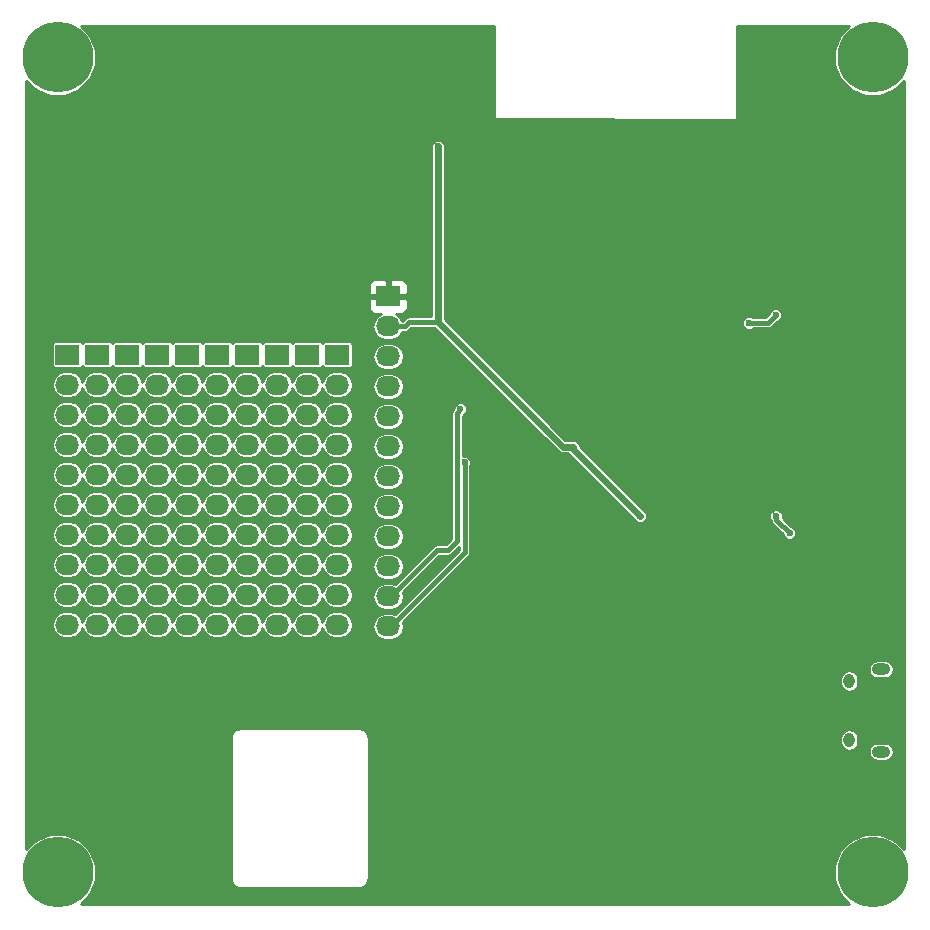
<source format=gbr>
G04 #@! TF.FileFunction,Copper,L2,Bot,Signal*
%FSLAX46Y46*%
G04 Gerber Fmt 4.6, Leading zero omitted, Abs format (unit mm)*
G04 Created by KiCad (PCBNEW 4.0.4-stable) date 01/17/18 01:46:41*
%MOMM*%
%LPD*%
G01*
G04 APERTURE LIST*
%ADD10C,0.100000*%
%ADD11C,6.000000*%
%ADD12R,2.032000X1.727200*%
%ADD13O,2.032000X1.727200*%
%ADD14O,0.950000X1.250000*%
%ADD15O,1.550000X1.000000*%
%ADD16C,0.600000*%
%ADD17C,0.400000*%
%ADD18C,0.600000*%
%ADD19C,0.254000*%
G04 APERTURE END LIST*
D10*
D11*
X100000000Y-100000000D03*
X100000000Y-169000000D03*
X169000000Y-169000000D03*
D12*
X123680000Y-125170000D03*
D13*
X123680000Y-127710000D03*
X123680000Y-130250000D03*
X123680000Y-132790000D03*
X123680000Y-135330000D03*
X123680000Y-137870000D03*
X123680000Y-140410000D03*
X123680000Y-142950000D03*
X123680000Y-145490000D03*
X123680000Y-148030000D03*
D12*
X121140000Y-125170000D03*
D13*
X121140000Y-127710000D03*
X121140000Y-130250000D03*
X121140000Y-132790000D03*
X121140000Y-135330000D03*
X121140000Y-137870000D03*
X121140000Y-140410000D03*
X121140000Y-142950000D03*
X121140000Y-145490000D03*
X121140000Y-148030000D03*
D12*
X118600000Y-125170000D03*
D13*
X118600000Y-127710000D03*
X118600000Y-130250000D03*
X118600000Y-132790000D03*
X118600000Y-135330000D03*
X118600000Y-137870000D03*
X118600000Y-140410000D03*
X118600000Y-142950000D03*
X118600000Y-145490000D03*
X118600000Y-148030000D03*
D12*
X116060000Y-125170000D03*
D13*
X116060000Y-127710000D03*
X116060000Y-130250000D03*
X116060000Y-132790000D03*
X116060000Y-135330000D03*
X116060000Y-137870000D03*
X116060000Y-140410000D03*
X116060000Y-142950000D03*
X116060000Y-145490000D03*
X116060000Y-148030000D03*
D12*
X113520000Y-125170000D03*
D13*
X113520000Y-127710000D03*
X113520000Y-130250000D03*
X113520000Y-132790000D03*
X113520000Y-135330000D03*
X113520000Y-137870000D03*
X113520000Y-140410000D03*
X113520000Y-142950000D03*
X113520000Y-145490000D03*
X113520000Y-148030000D03*
D12*
X110980000Y-125170000D03*
D13*
X110980000Y-127710000D03*
X110980000Y-130250000D03*
X110980000Y-132790000D03*
X110980000Y-135330000D03*
X110980000Y-137870000D03*
X110980000Y-140410000D03*
X110980000Y-142950000D03*
X110980000Y-145490000D03*
X110980000Y-148030000D03*
D12*
X108440000Y-125170000D03*
D13*
X108440000Y-127710000D03*
X108440000Y-130250000D03*
X108440000Y-132790000D03*
X108440000Y-135330000D03*
X108440000Y-137870000D03*
X108440000Y-140410000D03*
X108440000Y-142950000D03*
X108440000Y-145490000D03*
X108440000Y-148030000D03*
D12*
X105900000Y-125170000D03*
D13*
X105900000Y-127710000D03*
X105900000Y-130250000D03*
X105900000Y-132790000D03*
X105900000Y-135330000D03*
X105900000Y-137870000D03*
X105900000Y-140410000D03*
X105900000Y-142950000D03*
X105900000Y-145490000D03*
X105900000Y-148030000D03*
D12*
X103360000Y-125170000D03*
D13*
X103360000Y-127710000D03*
X103360000Y-130250000D03*
X103360000Y-132790000D03*
X103360000Y-135330000D03*
X103360000Y-137870000D03*
X103360000Y-140410000D03*
X103360000Y-142950000D03*
X103360000Y-145490000D03*
X103360000Y-148030000D03*
D14*
X167037460Y-157800900D03*
X167037460Y-152800900D03*
D15*
X169737460Y-158800900D03*
X169737460Y-151800900D03*
D12*
X127980000Y-120230000D03*
D13*
X127980000Y-122770000D03*
X127980000Y-125310000D03*
X127980000Y-127850000D03*
X127980000Y-130390000D03*
X127980000Y-132930000D03*
X127980000Y-135470000D03*
X127980000Y-138010000D03*
X127980000Y-140550000D03*
X127980000Y-143090000D03*
X127980000Y-145630000D03*
X127980000Y-148170000D03*
D12*
X100820000Y-125170000D03*
D13*
X100820000Y-127710000D03*
X100820000Y-130250000D03*
X100820000Y-132790000D03*
X100820000Y-135330000D03*
X100820000Y-137870000D03*
X100820000Y-140410000D03*
X100820000Y-142950000D03*
X100820000Y-145490000D03*
X100820000Y-148030000D03*
D11*
X169000000Y-100000000D03*
D16*
X98750000Y-112900000D03*
X165250000Y-107450000D03*
X154250000Y-106200000D03*
X165290000Y-118660000D03*
X158350000Y-106310000D03*
X169970000Y-131990000D03*
X170060000Y-136840000D03*
X169110000Y-143250000D03*
X165890000Y-138840000D03*
X157650000Y-139680000D03*
X143650000Y-170120000D03*
X143700000Y-165020000D03*
X141510000Y-126280000D03*
X146917434Y-113962662D03*
X140320000Y-106220000D03*
X135790000Y-106250000D03*
X126740000Y-106610000D03*
X150290000Y-148260000D03*
X150260000Y-145790000D03*
X152800000Y-142370000D03*
X153020000Y-143470000D03*
X157760000Y-145780000D03*
X157820000Y-150620000D03*
X159010000Y-154540000D03*
X165580000Y-153570000D03*
X168410000Y-153990000D03*
X161970000Y-140270000D03*
X160830000Y-138850000D03*
X132212662Y-107532662D03*
X143630000Y-132940000D03*
X149310000Y-138810000D03*
X134110000Y-129780000D03*
X134460011Y-134293271D03*
X160790000Y-121790000D03*
X158520000Y-122460000D03*
D17*
X98750000Y-112900000D02*
X98700000Y-112950000D01*
X98700000Y-112950000D02*
X98700000Y-113200000D01*
X127980000Y-122770000D02*
X129396000Y-122770000D01*
X129396000Y-122770000D02*
X129763338Y-122402662D01*
X129763338Y-122402662D02*
X132212662Y-122402662D01*
X160830000Y-138850000D02*
X160830000Y-139130000D01*
X160830000Y-139130000D02*
X161970000Y-140270000D01*
D18*
X142750000Y-132940000D02*
X132212662Y-122402662D01*
X132212662Y-122402662D02*
X132212662Y-107532662D01*
X143630000Y-132940000D02*
X142750000Y-132940000D01*
X149310000Y-138810000D02*
X143630000Y-133130000D01*
X143630000Y-133130000D02*
X143630000Y-132940000D01*
D17*
X133060000Y-141710000D02*
X132112400Y-141710000D01*
X132112400Y-141710000D02*
X128172400Y-145650000D01*
X128172400Y-145650000D02*
X128020000Y-145650000D01*
X133810001Y-140959999D02*
X133060000Y-141710000D01*
X133810001Y-130079999D02*
X133810001Y-140959999D01*
X134110000Y-129780000D02*
X133810001Y-130079999D01*
X128172400Y-148190000D02*
X134460011Y-141902389D01*
X134460011Y-141902389D02*
X134460011Y-134717535D01*
X128020000Y-148190000D02*
X128172400Y-148190000D01*
X134460011Y-134717535D02*
X134460011Y-134293271D01*
X158520000Y-122460000D02*
X160120000Y-122460000D01*
X160120000Y-122460000D02*
X160790000Y-121790000D01*
D19*
G36*
X136948617Y-105068230D02*
X136957055Y-105113749D01*
X136984105Y-105156290D01*
X137025575Y-105184955D01*
X137074930Y-105195228D01*
X157419725Y-105305228D01*
X157467098Y-105296338D01*
X157509370Y-105268869D01*
X157537625Y-105227118D01*
X157547411Y-105177664D01*
X157512420Y-97327169D01*
X167039073Y-97327169D01*
X166223515Y-98141305D01*
X165723570Y-99345305D01*
X165722433Y-100648976D01*
X166220275Y-101853846D01*
X167141305Y-102776485D01*
X168345305Y-103276430D01*
X169648976Y-103277567D01*
X170853846Y-102779725D01*
X171673580Y-101961421D01*
X171673580Y-167039824D01*
X170858695Y-166223515D01*
X169654695Y-165723570D01*
X168351024Y-165722433D01*
X167146154Y-166220275D01*
X166223515Y-167141305D01*
X165723570Y-168345305D01*
X165722433Y-169648976D01*
X166220275Y-170853846D01*
X167038169Y-171673169D01*
X101960588Y-171673169D01*
X102776485Y-170858695D01*
X103276430Y-169654695D01*
X103277567Y-168351024D01*
X102779725Y-167146154D01*
X101858695Y-166223515D01*
X100654695Y-165723570D01*
X99351024Y-165722433D01*
X98146154Y-166220275D01*
X97327580Y-167037421D01*
X97327580Y-157600000D01*
X114673000Y-157600000D01*
X114673000Y-169499997D01*
X114679283Y-169531584D01*
X114679283Y-169563791D01*
X114717343Y-169755133D01*
X114717343Y-169755136D01*
X114766170Y-169873012D01*
X114874557Y-170035223D01*
X114919666Y-170080331D01*
X114964774Y-170125440D01*
X115126985Y-170233827D01*
X115244861Y-170282653D01*
X115244862Y-170282653D01*
X115244864Y-170282654D01*
X115436206Y-170320714D01*
X115468413Y-170320714D01*
X115500000Y-170326997D01*
X125500000Y-170326997D01*
X125531587Y-170320714D01*
X125563794Y-170320714D01*
X125755137Y-170282654D01*
X125755139Y-170282654D01*
X125873015Y-170233827D01*
X126035226Y-170125440D01*
X126080334Y-170080331D01*
X126125443Y-170035223D01*
X126233830Y-169873012D01*
X126282656Y-169755136D01*
X126282656Y-169755135D01*
X126282657Y-169755133D01*
X126320717Y-169563791D01*
X126320717Y-169531584D01*
X126327000Y-169499997D01*
X126327000Y-158800900D01*
X168664850Y-158800900D01*
X168723996Y-159098245D01*
X168892428Y-159350322D01*
X169144505Y-159518754D01*
X169441850Y-159577900D01*
X170033070Y-159577900D01*
X170330415Y-159518754D01*
X170582492Y-159350322D01*
X170750924Y-159098245D01*
X170810070Y-158800900D01*
X170750924Y-158503555D01*
X170582492Y-158251478D01*
X170330415Y-158083046D01*
X170033070Y-158023900D01*
X169441850Y-158023900D01*
X169144505Y-158083046D01*
X168892428Y-158251478D01*
X168723996Y-158503555D01*
X168664850Y-158800900D01*
X126327000Y-158800900D01*
X126327000Y-157633229D01*
X166285460Y-157633229D01*
X166285460Y-157968571D01*
X166342703Y-158256349D01*
X166505716Y-158500315D01*
X166749682Y-158663328D01*
X167037460Y-158720571D01*
X167325238Y-158663328D01*
X167569204Y-158500315D01*
X167732217Y-158256349D01*
X167789460Y-157968571D01*
X167789460Y-157633229D01*
X167732217Y-157345451D01*
X167569204Y-157101485D01*
X167325238Y-156938472D01*
X167037460Y-156881229D01*
X166749682Y-156938472D01*
X166505716Y-157101485D01*
X166342703Y-157345451D01*
X166285460Y-157633229D01*
X126327000Y-157633229D01*
X126327000Y-157600000D01*
X126320717Y-157568413D01*
X126320717Y-157536206D01*
X126282657Y-157344864D01*
X126233831Y-157226987D01*
X126233830Y-157226986D01*
X126233830Y-157226985D01*
X126125443Y-157064774D01*
X126080334Y-157019666D01*
X126035226Y-156974557D01*
X125873015Y-156866170D01*
X125755139Y-156817343D01*
X125755137Y-156817343D01*
X125563794Y-156779283D01*
X125531587Y-156779283D01*
X125500000Y-156773000D01*
X115500000Y-156773000D01*
X115468413Y-156779283D01*
X115436206Y-156779283D01*
X115244864Y-156817343D01*
X115244862Y-156817344D01*
X115244861Y-156817344D01*
X115126985Y-156866170D01*
X114964774Y-156974557D01*
X114919666Y-157019666D01*
X114874557Y-157064774D01*
X114766170Y-157226985D01*
X114717343Y-157344861D01*
X114717343Y-157344863D01*
X114679283Y-157536206D01*
X114679283Y-157568413D01*
X114673000Y-157600000D01*
X97327580Y-157600000D01*
X97327580Y-152633229D01*
X166285460Y-152633229D01*
X166285460Y-152968571D01*
X166342703Y-153256349D01*
X166505716Y-153500315D01*
X166749682Y-153663328D01*
X167037460Y-153720571D01*
X167325238Y-153663328D01*
X167569204Y-153500315D01*
X167732217Y-153256349D01*
X167789460Y-152968571D01*
X167789460Y-152633229D01*
X167732217Y-152345451D01*
X167569204Y-152101485D01*
X167325238Y-151938472D01*
X167037460Y-151881229D01*
X166749682Y-151938472D01*
X166505716Y-152101485D01*
X166342703Y-152345451D01*
X166285460Y-152633229D01*
X97327580Y-152633229D01*
X97327580Y-151800900D01*
X168664850Y-151800900D01*
X168723996Y-152098245D01*
X168892428Y-152350322D01*
X169144505Y-152518754D01*
X169441850Y-152577900D01*
X170033070Y-152577900D01*
X170330415Y-152518754D01*
X170582492Y-152350322D01*
X170750924Y-152098245D01*
X170810070Y-151800900D01*
X170750924Y-151503555D01*
X170582492Y-151251478D01*
X170330415Y-151083046D01*
X170033070Y-151023900D01*
X169441850Y-151023900D01*
X169144505Y-151083046D01*
X168892428Y-151251478D01*
X168723996Y-151503555D01*
X168664850Y-151800900D01*
X97327580Y-151800900D01*
X97327580Y-148030000D01*
X99501669Y-148030000D01*
X99588492Y-148466489D01*
X99835743Y-148836526D01*
X100205780Y-149083777D01*
X100642269Y-149170600D01*
X100997731Y-149170600D01*
X101434220Y-149083777D01*
X101804257Y-148836526D01*
X102051508Y-148466489D01*
X102090000Y-148272977D01*
X102128492Y-148466489D01*
X102375743Y-148836526D01*
X102745780Y-149083777D01*
X103182269Y-149170600D01*
X103537731Y-149170600D01*
X103974220Y-149083777D01*
X104344257Y-148836526D01*
X104591508Y-148466489D01*
X104630000Y-148272977D01*
X104668492Y-148466489D01*
X104915743Y-148836526D01*
X105285780Y-149083777D01*
X105722269Y-149170600D01*
X106077731Y-149170600D01*
X106514220Y-149083777D01*
X106884257Y-148836526D01*
X107131508Y-148466489D01*
X107170000Y-148272977D01*
X107208492Y-148466489D01*
X107455743Y-148836526D01*
X107825780Y-149083777D01*
X108262269Y-149170600D01*
X108617731Y-149170600D01*
X109054220Y-149083777D01*
X109424257Y-148836526D01*
X109671508Y-148466489D01*
X109710000Y-148272977D01*
X109748492Y-148466489D01*
X109995743Y-148836526D01*
X110365780Y-149083777D01*
X110802269Y-149170600D01*
X111157731Y-149170600D01*
X111594220Y-149083777D01*
X111964257Y-148836526D01*
X112211508Y-148466489D01*
X112250000Y-148272977D01*
X112288492Y-148466489D01*
X112535743Y-148836526D01*
X112905780Y-149083777D01*
X113342269Y-149170600D01*
X113697731Y-149170600D01*
X114134220Y-149083777D01*
X114504257Y-148836526D01*
X114751508Y-148466489D01*
X114790000Y-148272977D01*
X114828492Y-148466489D01*
X115075743Y-148836526D01*
X115445780Y-149083777D01*
X115882269Y-149170600D01*
X116237731Y-149170600D01*
X116674220Y-149083777D01*
X117044257Y-148836526D01*
X117291508Y-148466489D01*
X117330000Y-148272977D01*
X117368492Y-148466489D01*
X117615743Y-148836526D01*
X117985780Y-149083777D01*
X118422269Y-149170600D01*
X118777731Y-149170600D01*
X119214220Y-149083777D01*
X119584257Y-148836526D01*
X119831508Y-148466489D01*
X119870000Y-148272977D01*
X119908492Y-148466489D01*
X120155743Y-148836526D01*
X120525780Y-149083777D01*
X120962269Y-149170600D01*
X121317731Y-149170600D01*
X121754220Y-149083777D01*
X122124257Y-148836526D01*
X122371508Y-148466489D01*
X122410000Y-148272977D01*
X122448492Y-148466489D01*
X122695743Y-148836526D01*
X123065780Y-149083777D01*
X123502269Y-149170600D01*
X123857731Y-149170600D01*
X124294220Y-149083777D01*
X124664257Y-148836526D01*
X124911508Y-148466489D01*
X124998331Y-148030000D01*
X124911508Y-147593511D01*
X124664257Y-147223474D01*
X124294220Y-146976223D01*
X123857731Y-146889400D01*
X123502269Y-146889400D01*
X123065780Y-146976223D01*
X122695743Y-147223474D01*
X122448492Y-147593511D01*
X122410000Y-147787023D01*
X122371508Y-147593511D01*
X122124257Y-147223474D01*
X121754220Y-146976223D01*
X121317731Y-146889400D01*
X120962269Y-146889400D01*
X120525780Y-146976223D01*
X120155743Y-147223474D01*
X119908492Y-147593511D01*
X119870000Y-147787023D01*
X119831508Y-147593511D01*
X119584257Y-147223474D01*
X119214220Y-146976223D01*
X118777731Y-146889400D01*
X118422269Y-146889400D01*
X117985780Y-146976223D01*
X117615743Y-147223474D01*
X117368492Y-147593511D01*
X117330000Y-147787023D01*
X117291508Y-147593511D01*
X117044257Y-147223474D01*
X116674220Y-146976223D01*
X116237731Y-146889400D01*
X115882269Y-146889400D01*
X115445780Y-146976223D01*
X115075743Y-147223474D01*
X114828492Y-147593511D01*
X114790000Y-147787023D01*
X114751508Y-147593511D01*
X114504257Y-147223474D01*
X114134220Y-146976223D01*
X113697731Y-146889400D01*
X113342269Y-146889400D01*
X112905780Y-146976223D01*
X112535743Y-147223474D01*
X112288492Y-147593511D01*
X112250000Y-147787023D01*
X112211508Y-147593511D01*
X111964257Y-147223474D01*
X111594220Y-146976223D01*
X111157731Y-146889400D01*
X110802269Y-146889400D01*
X110365780Y-146976223D01*
X109995743Y-147223474D01*
X109748492Y-147593511D01*
X109710000Y-147787023D01*
X109671508Y-147593511D01*
X109424257Y-147223474D01*
X109054220Y-146976223D01*
X108617731Y-146889400D01*
X108262269Y-146889400D01*
X107825780Y-146976223D01*
X107455743Y-147223474D01*
X107208492Y-147593511D01*
X107170000Y-147787023D01*
X107131508Y-147593511D01*
X106884257Y-147223474D01*
X106514220Y-146976223D01*
X106077731Y-146889400D01*
X105722269Y-146889400D01*
X105285780Y-146976223D01*
X104915743Y-147223474D01*
X104668492Y-147593511D01*
X104630000Y-147787023D01*
X104591508Y-147593511D01*
X104344257Y-147223474D01*
X103974220Y-146976223D01*
X103537731Y-146889400D01*
X103182269Y-146889400D01*
X102745780Y-146976223D01*
X102375743Y-147223474D01*
X102128492Y-147593511D01*
X102090000Y-147787023D01*
X102051508Y-147593511D01*
X101804257Y-147223474D01*
X101434220Y-146976223D01*
X100997731Y-146889400D01*
X100642269Y-146889400D01*
X100205780Y-146976223D01*
X99835743Y-147223474D01*
X99588492Y-147593511D01*
X99501669Y-148030000D01*
X97327580Y-148030000D01*
X97327580Y-145490000D01*
X99501669Y-145490000D01*
X99588492Y-145926489D01*
X99835743Y-146296526D01*
X100205780Y-146543777D01*
X100642269Y-146630600D01*
X100997731Y-146630600D01*
X101434220Y-146543777D01*
X101804257Y-146296526D01*
X102051508Y-145926489D01*
X102090000Y-145732977D01*
X102128492Y-145926489D01*
X102375743Y-146296526D01*
X102745780Y-146543777D01*
X103182269Y-146630600D01*
X103537731Y-146630600D01*
X103974220Y-146543777D01*
X104344257Y-146296526D01*
X104591508Y-145926489D01*
X104630000Y-145732977D01*
X104668492Y-145926489D01*
X104915743Y-146296526D01*
X105285780Y-146543777D01*
X105722269Y-146630600D01*
X106077731Y-146630600D01*
X106514220Y-146543777D01*
X106884257Y-146296526D01*
X107131508Y-145926489D01*
X107170000Y-145732977D01*
X107208492Y-145926489D01*
X107455743Y-146296526D01*
X107825780Y-146543777D01*
X108262269Y-146630600D01*
X108617731Y-146630600D01*
X109054220Y-146543777D01*
X109424257Y-146296526D01*
X109671508Y-145926489D01*
X109710000Y-145732977D01*
X109748492Y-145926489D01*
X109995743Y-146296526D01*
X110365780Y-146543777D01*
X110802269Y-146630600D01*
X111157731Y-146630600D01*
X111594220Y-146543777D01*
X111964257Y-146296526D01*
X112211508Y-145926489D01*
X112250000Y-145732977D01*
X112288492Y-145926489D01*
X112535743Y-146296526D01*
X112905780Y-146543777D01*
X113342269Y-146630600D01*
X113697731Y-146630600D01*
X114134220Y-146543777D01*
X114504257Y-146296526D01*
X114751508Y-145926489D01*
X114790000Y-145732977D01*
X114828492Y-145926489D01*
X115075743Y-146296526D01*
X115445780Y-146543777D01*
X115882269Y-146630600D01*
X116237731Y-146630600D01*
X116674220Y-146543777D01*
X117044257Y-146296526D01*
X117291508Y-145926489D01*
X117330000Y-145732977D01*
X117368492Y-145926489D01*
X117615743Y-146296526D01*
X117985780Y-146543777D01*
X118422269Y-146630600D01*
X118777731Y-146630600D01*
X119214220Y-146543777D01*
X119584257Y-146296526D01*
X119831508Y-145926489D01*
X119870000Y-145732977D01*
X119908492Y-145926489D01*
X120155743Y-146296526D01*
X120525780Y-146543777D01*
X120962269Y-146630600D01*
X121317731Y-146630600D01*
X121754220Y-146543777D01*
X122124257Y-146296526D01*
X122371508Y-145926489D01*
X122410000Y-145732977D01*
X122448492Y-145926489D01*
X122695743Y-146296526D01*
X123065780Y-146543777D01*
X123502269Y-146630600D01*
X123857731Y-146630600D01*
X124294220Y-146543777D01*
X124664257Y-146296526D01*
X124911508Y-145926489D01*
X124970483Y-145630000D01*
X126661669Y-145630000D01*
X126748492Y-146066489D01*
X126995743Y-146436526D01*
X127365780Y-146683777D01*
X127802269Y-146770600D01*
X128157731Y-146770600D01*
X128594220Y-146683777D01*
X128964257Y-146436526D01*
X129211508Y-146066489D01*
X129298331Y-145630000D01*
X129226765Y-145270215D01*
X132309980Y-142187000D01*
X133060000Y-142187000D01*
X133242540Y-142150691D01*
X133397290Y-142047290D01*
X133983011Y-141461569D01*
X133983011Y-141704809D01*
X128575350Y-147112470D01*
X128157731Y-147029400D01*
X127802269Y-147029400D01*
X127365780Y-147116223D01*
X126995743Y-147363474D01*
X126748492Y-147733511D01*
X126661669Y-148170000D01*
X126748492Y-148606489D01*
X126995743Y-148976526D01*
X127365780Y-149223777D01*
X127802269Y-149310600D01*
X128157731Y-149310600D01*
X128594220Y-149223777D01*
X128964257Y-148976526D01*
X129211508Y-148606489D01*
X129298331Y-148170000D01*
X129226765Y-147810215D01*
X134797301Y-142239679D01*
X134900702Y-142084929D01*
X134937011Y-141902389D01*
X134937011Y-134632392D01*
X134948882Y-134620542D01*
X135036911Y-134408547D01*
X135037111Y-134179002D01*
X134949453Y-133966854D01*
X134787282Y-133804400D01*
X134575287Y-133716371D01*
X134345742Y-133716171D01*
X134287001Y-133740442D01*
X134287001Y-130331180D01*
X134436417Y-130269442D01*
X134598871Y-130107271D01*
X134686900Y-129895276D01*
X134687100Y-129665731D01*
X134599442Y-129453583D01*
X134437271Y-129291129D01*
X134225276Y-129203100D01*
X133995731Y-129202900D01*
X133783583Y-129290558D01*
X133621129Y-129452729D01*
X133533100Y-129664724D01*
X133533085Y-129682335D01*
X133472711Y-129742709D01*
X133369310Y-129897459D01*
X133333001Y-130079999D01*
X133333001Y-140762419D01*
X132862420Y-141233000D01*
X132112400Y-141233000D01*
X131929859Y-141269309D01*
X131775110Y-141372710D01*
X128575350Y-144572470D01*
X128157731Y-144489400D01*
X127802269Y-144489400D01*
X127365780Y-144576223D01*
X126995743Y-144823474D01*
X126748492Y-145193511D01*
X126661669Y-145630000D01*
X124970483Y-145630000D01*
X124998331Y-145490000D01*
X124911508Y-145053511D01*
X124664257Y-144683474D01*
X124294220Y-144436223D01*
X123857731Y-144349400D01*
X123502269Y-144349400D01*
X123065780Y-144436223D01*
X122695743Y-144683474D01*
X122448492Y-145053511D01*
X122410000Y-145247023D01*
X122371508Y-145053511D01*
X122124257Y-144683474D01*
X121754220Y-144436223D01*
X121317731Y-144349400D01*
X120962269Y-144349400D01*
X120525780Y-144436223D01*
X120155743Y-144683474D01*
X119908492Y-145053511D01*
X119870000Y-145247023D01*
X119831508Y-145053511D01*
X119584257Y-144683474D01*
X119214220Y-144436223D01*
X118777731Y-144349400D01*
X118422269Y-144349400D01*
X117985780Y-144436223D01*
X117615743Y-144683474D01*
X117368492Y-145053511D01*
X117330000Y-145247023D01*
X117291508Y-145053511D01*
X117044257Y-144683474D01*
X116674220Y-144436223D01*
X116237731Y-144349400D01*
X115882269Y-144349400D01*
X115445780Y-144436223D01*
X115075743Y-144683474D01*
X114828492Y-145053511D01*
X114790000Y-145247023D01*
X114751508Y-145053511D01*
X114504257Y-144683474D01*
X114134220Y-144436223D01*
X113697731Y-144349400D01*
X113342269Y-144349400D01*
X112905780Y-144436223D01*
X112535743Y-144683474D01*
X112288492Y-145053511D01*
X112250000Y-145247023D01*
X112211508Y-145053511D01*
X111964257Y-144683474D01*
X111594220Y-144436223D01*
X111157731Y-144349400D01*
X110802269Y-144349400D01*
X110365780Y-144436223D01*
X109995743Y-144683474D01*
X109748492Y-145053511D01*
X109710000Y-145247023D01*
X109671508Y-145053511D01*
X109424257Y-144683474D01*
X109054220Y-144436223D01*
X108617731Y-144349400D01*
X108262269Y-144349400D01*
X107825780Y-144436223D01*
X107455743Y-144683474D01*
X107208492Y-145053511D01*
X107170000Y-145247023D01*
X107131508Y-145053511D01*
X106884257Y-144683474D01*
X106514220Y-144436223D01*
X106077731Y-144349400D01*
X105722269Y-144349400D01*
X105285780Y-144436223D01*
X104915743Y-144683474D01*
X104668492Y-145053511D01*
X104630000Y-145247023D01*
X104591508Y-145053511D01*
X104344257Y-144683474D01*
X103974220Y-144436223D01*
X103537731Y-144349400D01*
X103182269Y-144349400D01*
X102745780Y-144436223D01*
X102375743Y-144683474D01*
X102128492Y-145053511D01*
X102090000Y-145247023D01*
X102051508Y-145053511D01*
X101804257Y-144683474D01*
X101434220Y-144436223D01*
X100997731Y-144349400D01*
X100642269Y-144349400D01*
X100205780Y-144436223D01*
X99835743Y-144683474D01*
X99588492Y-145053511D01*
X99501669Y-145490000D01*
X97327580Y-145490000D01*
X97327580Y-142950000D01*
X99501669Y-142950000D01*
X99588492Y-143386489D01*
X99835743Y-143756526D01*
X100205780Y-144003777D01*
X100642269Y-144090600D01*
X100997731Y-144090600D01*
X101434220Y-144003777D01*
X101804257Y-143756526D01*
X102051508Y-143386489D01*
X102090000Y-143192977D01*
X102128492Y-143386489D01*
X102375743Y-143756526D01*
X102745780Y-144003777D01*
X103182269Y-144090600D01*
X103537731Y-144090600D01*
X103974220Y-144003777D01*
X104344257Y-143756526D01*
X104591508Y-143386489D01*
X104630000Y-143192977D01*
X104668492Y-143386489D01*
X104915743Y-143756526D01*
X105285780Y-144003777D01*
X105722269Y-144090600D01*
X106077731Y-144090600D01*
X106514220Y-144003777D01*
X106884257Y-143756526D01*
X107131508Y-143386489D01*
X107170000Y-143192977D01*
X107208492Y-143386489D01*
X107455743Y-143756526D01*
X107825780Y-144003777D01*
X108262269Y-144090600D01*
X108617731Y-144090600D01*
X109054220Y-144003777D01*
X109424257Y-143756526D01*
X109671508Y-143386489D01*
X109710000Y-143192977D01*
X109748492Y-143386489D01*
X109995743Y-143756526D01*
X110365780Y-144003777D01*
X110802269Y-144090600D01*
X111157731Y-144090600D01*
X111594220Y-144003777D01*
X111964257Y-143756526D01*
X112211508Y-143386489D01*
X112250000Y-143192977D01*
X112288492Y-143386489D01*
X112535743Y-143756526D01*
X112905780Y-144003777D01*
X113342269Y-144090600D01*
X113697731Y-144090600D01*
X114134220Y-144003777D01*
X114504257Y-143756526D01*
X114751508Y-143386489D01*
X114790000Y-143192977D01*
X114828492Y-143386489D01*
X115075743Y-143756526D01*
X115445780Y-144003777D01*
X115882269Y-144090600D01*
X116237731Y-144090600D01*
X116674220Y-144003777D01*
X117044257Y-143756526D01*
X117291508Y-143386489D01*
X117330000Y-143192977D01*
X117368492Y-143386489D01*
X117615743Y-143756526D01*
X117985780Y-144003777D01*
X118422269Y-144090600D01*
X118777731Y-144090600D01*
X119214220Y-144003777D01*
X119584257Y-143756526D01*
X119831508Y-143386489D01*
X119870000Y-143192977D01*
X119908492Y-143386489D01*
X120155743Y-143756526D01*
X120525780Y-144003777D01*
X120962269Y-144090600D01*
X121317731Y-144090600D01*
X121754220Y-144003777D01*
X122124257Y-143756526D01*
X122371508Y-143386489D01*
X122410000Y-143192977D01*
X122448492Y-143386489D01*
X122695743Y-143756526D01*
X123065780Y-144003777D01*
X123502269Y-144090600D01*
X123857731Y-144090600D01*
X124294220Y-144003777D01*
X124664257Y-143756526D01*
X124911508Y-143386489D01*
X124970483Y-143090000D01*
X126661669Y-143090000D01*
X126748492Y-143526489D01*
X126995743Y-143896526D01*
X127365780Y-144143777D01*
X127802269Y-144230600D01*
X128157731Y-144230600D01*
X128594220Y-144143777D01*
X128964257Y-143896526D01*
X129211508Y-143526489D01*
X129298331Y-143090000D01*
X129211508Y-142653511D01*
X128964257Y-142283474D01*
X128594220Y-142036223D01*
X128157731Y-141949400D01*
X127802269Y-141949400D01*
X127365780Y-142036223D01*
X126995743Y-142283474D01*
X126748492Y-142653511D01*
X126661669Y-143090000D01*
X124970483Y-143090000D01*
X124998331Y-142950000D01*
X124911508Y-142513511D01*
X124664257Y-142143474D01*
X124294220Y-141896223D01*
X123857731Y-141809400D01*
X123502269Y-141809400D01*
X123065780Y-141896223D01*
X122695743Y-142143474D01*
X122448492Y-142513511D01*
X122410000Y-142707023D01*
X122371508Y-142513511D01*
X122124257Y-142143474D01*
X121754220Y-141896223D01*
X121317731Y-141809400D01*
X120962269Y-141809400D01*
X120525780Y-141896223D01*
X120155743Y-142143474D01*
X119908492Y-142513511D01*
X119870000Y-142707023D01*
X119831508Y-142513511D01*
X119584257Y-142143474D01*
X119214220Y-141896223D01*
X118777731Y-141809400D01*
X118422269Y-141809400D01*
X117985780Y-141896223D01*
X117615743Y-142143474D01*
X117368492Y-142513511D01*
X117330000Y-142707023D01*
X117291508Y-142513511D01*
X117044257Y-142143474D01*
X116674220Y-141896223D01*
X116237731Y-141809400D01*
X115882269Y-141809400D01*
X115445780Y-141896223D01*
X115075743Y-142143474D01*
X114828492Y-142513511D01*
X114790000Y-142707023D01*
X114751508Y-142513511D01*
X114504257Y-142143474D01*
X114134220Y-141896223D01*
X113697731Y-141809400D01*
X113342269Y-141809400D01*
X112905780Y-141896223D01*
X112535743Y-142143474D01*
X112288492Y-142513511D01*
X112250000Y-142707023D01*
X112211508Y-142513511D01*
X111964257Y-142143474D01*
X111594220Y-141896223D01*
X111157731Y-141809400D01*
X110802269Y-141809400D01*
X110365780Y-141896223D01*
X109995743Y-142143474D01*
X109748492Y-142513511D01*
X109710000Y-142707023D01*
X109671508Y-142513511D01*
X109424257Y-142143474D01*
X109054220Y-141896223D01*
X108617731Y-141809400D01*
X108262269Y-141809400D01*
X107825780Y-141896223D01*
X107455743Y-142143474D01*
X107208492Y-142513511D01*
X107170000Y-142707023D01*
X107131508Y-142513511D01*
X106884257Y-142143474D01*
X106514220Y-141896223D01*
X106077731Y-141809400D01*
X105722269Y-141809400D01*
X105285780Y-141896223D01*
X104915743Y-142143474D01*
X104668492Y-142513511D01*
X104630000Y-142707023D01*
X104591508Y-142513511D01*
X104344257Y-142143474D01*
X103974220Y-141896223D01*
X103537731Y-141809400D01*
X103182269Y-141809400D01*
X102745780Y-141896223D01*
X102375743Y-142143474D01*
X102128492Y-142513511D01*
X102090000Y-142707023D01*
X102051508Y-142513511D01*
X101804257Y-142143474D01*
X101434220Y-141896223D01*
X100997731Y-141809400D01*
X100642269Y-141809400D01*
X100205780Y-141896223D01*
X99835743Y-142143474D01*
X99588492Y-142513511D01*
X99501669Y-142950000D01*
X97327580Y-142950000D01*
X97327580Y-140410000D01*
X99501669Y-140410000D01*
X99588492Y-140846489D01*
X99835743Y-141216526D01*
X100205780Y-141463777D01*
X100642269Y-141550600D01*
X100997731Y-141550600D01*
X101434220Y-141463777D01*
X101804257Y-141216526D01*
X102051508Y-140846489D01*
X102090000Y-140652977D01*
X102128492Y-140846489D01*
X102375743Y-141216526D01*
X102745780Y-141463777D01*
X103182269Y-141550600D01*
X103537731Y-141550600D01*
X103974220Y-141463777D01*
X104344257Y-141216526D01*
X104591508Y-140846489D01*
X104630000Y-140652977D01*
X104668492Y-140846489D01*
X104915743Y-141216526D01*
X105285780Y-141463777D01*
X105722269Y-141550600D01*
X106077731Y-141550600D01*
X106514220Y-141463777D01*
X106884257Y-141216526D01*
X107131508Y-140846489D01*
X107170000Y-140652977D01*
X107208492Y-140846489D01*
X107455743Y-141216526D01*
X107825780Y-141463777D01*
X108262269Y-141550600D01*
X108617731Y-141550600D01*
X109054220Y-141463777D01*
X109424257Y-141216526D01*
X109671508Y-140846489D01*
X109710000Y-140652977D01*
X109748492Y-140846489D01*
X109995743Y-141216526D01*
X110365780Y-141463777D01*
X110802269Y-141550600D01*
X111157731Y-141550600D01*
X111594220Y-141463777D01*
X111964257Y-141216526D01*
X112211508Y-140846489D01*
X112250000Y-140652977D01*
X112288492Y-140846489D01*
X112535743Y-141216526D01*
X112905780Y-141463777D01*
X113342269Y-141550600D01*
X113697731Y-141550600D01*
X114134220Y-141463777D01*
X114504257Y-141216526D01*
X114751508Y-140846489D01*
X114790000Y-140652977D01*
X114828492Y-140846489D01*
X115075743Y-141216526D01*
X115445780Y-141463777D01*
X115882269Y-141550600D01*
X116237731Y-141550600D01*
X116674220Y-141463777D01*
X117044257Y-141216526D01*
X117291508Y-140846489D01*
X117330000Y-140652977D01*
X117368492Y-140846489D01*
X117615743Y-141216526D01*
X117985780Y-141463777D01*
X118422269Y-141550600D01*
X118777731Y-141550600D01*
X119214220Y-141463777D01*
X119584257Y-141216526D01*
X119831508Y-140846489D01*
X119870000Y-140652977D01*
X119908492Y-140846489D01*
X120155743Y-141216526D01*
X120525780Y-141463777D01*
X120962269Y-141550600D01*
X121317731Y-141550600D01*
X121754220Y-141463777D01*
X122124257Y-141216526D01*
X122371508Y-140846489D01*
X122410000Y-140652977D01*
X122448492Y-140846489D01*
X122695743Y-141216526D01*
X123065780Y-141463777D01*
X123502269Y-141550600D01*
X123857731Y-141550600D01*
X124294220Y-141463777D01*
X124664257Y-141216526D01*
X124911508Y-140846489D01*
X124970483Y-140550000D01*
X126661669Y-140550000D01*
X126748492Y-140986489D01*
X126995743Y-141356526D01*
X127365780Y-141603777D01*
X127802269Y-141690600D01*
X128157731Y-141690600D01*
X128594220Y-141603777D01*
X128964257Y-141356526D01*
X129211508Y-140986489D01*
X129298331Y-140550000D01*
X129211508Y-140113511D01*
X128964257Y-139743474D01*
X128594220Y-139496223D01*
X128157731Y-139409400D01*
X127802269Y-139409400D01*
X127365780Y-139496223D01*
X126995743Y-139743474D01*
X126748492Y-140113511D01*
X126661669Y-140550000D01*
X124970483Y-140550000D01*
X124998331Y-140410000D01*
X124911508Y-139973511D01*
X124664257Y-139603474D01*
X124294220Y-139356223D01*
X123857731Y-139269400D01*
X123502269Y-139269400D01*
X123065780Y-139356223D01*
X122695743Y-139603474D01*
X122448492Y-139973511D01*
X122410000Y-140167023D01*
X122371508Y-139973511D01*
X122124257Y-139603474D01*
X121754220Y-139356223D01*
X121317731Y-139269400D01*
X120962269Y-139269400D01*
X120525780Y-139356223D01*
X120155743Y-139603474D01*
X119908492Y-139973511D01*
X119870000Y-140167023D01*
X119831508Y-139973511D01*
X119584257Y-139603474D01*
X119214220Y-139356223D01*
X118777731Y-139269400D01*
X118422269Y-139269400D01*
X117985780Y-139356223D01*
X117615743Y-139603474D01*
X117368492Y-139973511D01*
X117330000Y-140167023D01*
X117291508Y-139973511D01*
X117044257Y-139603474D01*
X116674220Y-139356223D01*
X116237731Y-139269400D01*
X115882269Y-139269400D01*
X115445780Y-139356223D01*
X115075743Y-139603474D01*
X114828492Y-139973511D01*
X114790000Y-140167023D01*
X114751508Y-139973511D01*
X114504257Y-139603474D01*
X114134220Y-139356223D01*
X113697731Y-139269400D01*
X113342269Y-139269400D01*
X112905780Y-139356223D01*
X112535743Y-139603474D01*
X112288492Y-139973511D01*
X112250000Y-140167023D01*
X112211508Y-139973511D01*
X111964257Y-139603474D01*
X111594220Y-139356223D01*
X111157731Y-139269400D01*
X110802269Y-139269400D01*
X110365780Y-139356223D01*
X109995743Y-139603474D01*
X109748492Y-139973511D01*
X109710000Y-140167023D01*
X109671508Y-139973511D01*
X109424257Y-139603474D01*
X109054220Y-139356223D01*
X108617731Y-139269400D01*
X108262269Y-139269400D01*
X107825780Y-139356223D01*
X107455743Y-139603474D01*
X107208492Y-139973511D01*
X107170000Y-140167023D01*
X107131508Y-139973511D01*
X106884257Y-139603474D01*
X106514220Y-139356223D01*
X106077731Y-139269400D01*
X105722269Y-139269400D01*
X105285780Y-139356223D01*
X104915743Y-139603474D01*
X104668492Y-139973511D01*
X104630000Y-140167023D01*
X104591508Y-139973511D01*
X104344257Y-139603474D01*
X103974220Y-139356223D01*
X103537731Y-139269400D01*
X103182269Y-139269400D01*
X102745780Y-139356223D01*
X102375743Y-139603474D01*
X102128492Y-139973511D01*
X102090000Y-140167023D01*
X102051508Y-139973511D01*
X101804257Y-139603474D01*
X101434220Y-139356223D01*
X100997731Y-139269400D01*
X100642269Y-139269400D01*
X100205780Y-139356223D01*
X99835743Y-139603474D01*
X99588492Y-139973511D01*
X99501669Y-140410000D01*
X97327580Y-140410000D01*
X97327580Y-137870000D01*
X99501669Y-137870000D01*
X99588492Y-138306489D01*
X99835743Y-138676526D01*
X100205780Y-138923777D01*
X100642269Y-139010600D01*
X100997731Y-139010600D01*
X101434220Y-138923777D01*
X101804257Y-138676526D01*
X102051508Y-138306489D01*
X102090000Y-138112977D01*
X102128492Y-138306489D01*
X102375743Y-138676526D01*
X102745780Y-138923777D01*
X103182269Y-139010600D01*
X103537731Y-139010600D01*
X103974220Y-138923777D01*
X104344257Y-138676526D01*
X104591508Y-138306489D01*
X104630000Y-138112977D01*
X104668492Y-138306489D01*
X104915743Y-138676526D01*
X105285780Y-138923777D01*
X105722269Y-139010600D01*
X106077731Y-139010600D01*
X106514220Y-138923777D01*
X106884257Y-138676526D01*
X107131508Y-138306489D01*
X107170000Y-138112977D01*
X107208492Y-138306489D01*
X107455743Y-138676526D01*
X107825780Y-138923777D01*
X108262269Y-139010600D01*
X108617731Y-139010600D01*
X109054220Y-138923777D01*
X109424257Y-138676526D01*
X109671508Y-138306489D01*
X109710000Y-138112977D01*
X109748492Y-138306489D01*
X109995743Y-138676526D01*
X110365780Y-138923777D01*
X110802269Y-139010600D01*
X111157731Y-139010600D01*
X111594220Y-138923777D01*
X111964257Y-138676526D01*
X112211508Y-138306489D01*
X112250000Y-138112977D01*
X112288492Y-138306489D01*
X112535743Y-138676526D01*
X112905780Y-138923777D01*
X113342269Y-139010600D01*
X113697731Y-139010600D01*
X114134220Y-138923777D01*
X114504257Y-138676526D01*
X114751508Y-138306489D01*
X114790000Y-138112977D01*
X114828492Y-138306489D01*
X115075743Y-138676526D01*
X115445780Y-138923777D01*
X115882269Y-139010600D01*
X116237731Y-139010600D01*
X116674220Y-138923777D01*
X117044257Y-138676526D01*
X117291508Y-138306489D01*
X117330000Y-138112977D01*
X117368492Y-138306489D01*
X117615743Y-138676526D01*
X117985780Y-138923777D01*
X118422269Y-139010600D01*
X118777731Y-139010600D01*
X119214220Y-138923777D01*
X119584257Y-138676526D01*
X119831508Y-138306489D01*
X119870000Y-138112977D01*
X119908492Y-138306489D01*
X120155743Y-138676526D01*
X120525780Y-138923777D01*
X120962269Y-139010600D01*
X121317731Y-139010600D01*
X121754220Y-138923777D01*
X122124257Y-138676526D01*
X122371508Y-138306489D01*
X122410000Y-138112977D01*
X122448492Y-138306489D01*
X122695743Y-138676526D01*
X123065780Y-138923777D01*
X123502269Y-139010600D01*
X123857731Y-139010600D01*
X124294220Y-138923777D01*
X124664257Y-138676526D01*
X124911508Y-138306489D01*
X124970483Y-138010000D01*
X126661669Y-138010000D01*
X126748492Y-138446489D01*
X126995743Y-138816526D01*
X127365780Y-139063777D01*
X127802269Y-139150600D01*
X128157731Y-139150600D01*
X128594220Y-139063777D01*
X128964257Y-138816526D01*
X129211508Y-138446489D01*
X129298331Y-138010000D01*
X129211508Y-137573511D01*
X128964257Y-137203474D01*
X128594220Y-136956223D01*
X128157731Y-136869400D01*
X127802269Y-136869400D01*
X127365780Y-136956223D01*
X126995743Y-137203474D01*
X126748492Y-137573511D01*
X126661669Y-138010000D01*
X124970483Y-138010000D01*
X124998331Y-137870000D01*
X124911508Y-137433511D01*
X124664257Y-137063474D01*
X124294220Y-136816223D01*
X123857731Y-136729400D01*
X123502269Y-136729400D01*
X123065780Y-136816223D01*
X122695743Y-137063474D01*
X122448492Y-137433511D01*
X122410000Y-137627023D01*
X122371508Y-137433511D01*
X122124257Y-137063474D01*
X121754220Y-136816223D01*
X121317731Y-136729400D01*
X120962269Y-136729400D01*
X120525780Y-136816223D01*
X120155743Y-137063474D01*
X119908492Y-137433511D01*
X119870000Y-137627023D01*
X119831508Y-137433511D01*
X119584257Y-137063474D01*
X119214220Y-136816223D01*
X118777731Y-136729400D01*
X118422269Y-136729400D01*
X117985780Y-136816223D01*
X117615743Y-137063474D01*
X117368492Y-137433511D01*
X117330000Y-137627023D01*
X117291508Y-137433511D01*
X117044257Y-137063474D01*
X116674220Y-136816223D01*
X116237731Y-136729400D01*
X115882269Y-136729400D01*
X115445780Y-136816223D01*
X115075743Y-137063474D01*
X114828492Y-137433511D01*
X114790000Y-137627023D01*
X114751508Y-137433511D01*
X114504257Y-137063474D01*
X114134220Y-136816223D01*
X113697731Y-136729400D01*
X113342269Y-136729400D01*
X112905780Y-136816223D01*
X112535743Y-137063474D01*
X112288492Y-137433511D01*
X112250000Y-137627023D01*
X112211508Y-137433511D01*
X111964257Y-137063474D01*
X111594220Y-136816223D01*
X111157731Y-136729400D01*
X110802269Y-136729400D01*
X110365780Y-136816223D01*
X109995743Y-137063474D01*
X109748492Y-137433511D01*
X109710000Y-137627023D01*
X109671508Y-137433511D01*
X109424257Y-137063474D01*
X109054220Y-136816223D01*
X108617731Y-136729400D01*
X108262269Y-136729400D01*
X107825780Y-136816223D01*
X107455743Y-137063474D01*
X107208492Y-137433511D01*
X107170000Y-137627023D01*
X107131508Y-137433511D01*
X106884257Y-137063474D01*
X106514220Y-136816223D01*
X106077731Y-136729400D01*
X105722269Y-136729400D01*
X105285780Y-136816223D01*
X104915743Y-137063474D01*
X104668492Y-137433511D01*
X104630000Y-137627023D01*
X104591508Y-137433511D01*
X104344257Y-137063474D01*
X103974220Y-136816223D01*
X103537731Y-136729400D01*
X103182269Y-136729400D01*
X102745780Y-136816223D01*
X102375743Y-137063474D01*
X102128492Y-137433511D01*
X102090000Y-137627023D01*
X102051508Y-137433511D01*
X101804257Y-137063474D01*
X101434220Y-136816223D01*
X100997731Y-136729400D01*
X100642269Y-136729400D01*
X100205780Y-136816223D01*
X99835743Y-137063474D01*
X99588492Y-137433511D01*
X99501669Y-137870000D01*
X97327580Y-137870000D01*
X97327580Y-135330000D01*
X99501669Y-135330000D01*
X99588492Y-135766489D01*
X99835743Y-136136526D01*
X100205780Y-136383777D01*
X100642269Y-136470600D01*
X100997731Y-136470600D01*
X101434220Y-136383777D01*
X101804257Y-136136526D01*
X102051508Y-135766489D01*
X102090000Y-135572977D01*
X102128492Y-135766489D01*
X102375743Y-136136526D01*
X102745780Y-136383777D01*
X103182269Y-136470600D01*
X103537731Y-136470600D01*
X103974220Y-136383777D01*
X104344257Y-136136526D01*
X104591508Y-135766489D01*
X104630000Y-135572977D01*
X104668492Y-135766489D01*
X104915743Y-136136526D01*
X105285780Y-136383777D01*
X105722269Y-136470600D01*
X106077731Y-136470600D01*
X106514220Y-136383777D01*
X106884257Y-136136526D01*
X107131508Y-135766489D01*
X107170000Y-135572977D01*
X107208492Y-135766489D01*
X107455743Y-136136526D01*
X107825780Y-136383777D01*
X108262269Y-136470600D01*
X108617731Y-136470600D01*
X109054220Y-136383777D01*
X109424257Y-136136526D01*
X109671508Y-135766489D01*
X109710000Y-135572977D01*
X109748492Y-135766489D01*
X109995743Y-136136526D01*
X110365780Y-136383777D01*
X110802269Y-136470600D01*
X111157731Y-136470600D01*
X111594220Y-136383777D01*
X111964257Y-136136526D01*
X112211508Y-135766489D01*
X112250000Y-135572977D01*
X112288492Y-135766489D01*
X112535743Y-136136526D01*
X112905780Y-136383777D01*
X113342269Y-136470600D01*
X113697731Y-136470600D01*
X114134220Y-136383777D01*
X114504257Y-136136526D01*
X114751508Y-135766489D01*
X114790000Y-135572977D01*
X114828492Y-135766489D01*
X115075743Y-136136526D01*
X115445780Y-136383777D01*
X115882269Y-136470600D01*
X116237731Y-136470600D01*
X116674220Y-136383777D01*
X117044257Y-136136526D01*
X117291508Y-135766489D01*
X117330000Y-135572977D01*
X117368492Y-135766489D01*
X117615743Y-136136526D01*
X117985780Y-136383777D01*
X118422269Y-136470600D01*
X118777731Y-136470600D01*
X119214220Y-136383777D01*
X119584257Y-136136526D01*
X119831508Y-135766489D01*
X119870000Y-135572977D01*
X119908492Y-135766489D01*
X120155743Y-136136526D01*
X120525780Y-136383777D01*
X120962269Y-136470600D01*
X121317731Y-136470600D01*
X121754220Y-136383777D01*
X122124257Y-136136526D01*
X122371508Y-135766489D01*
X122410000Y-135572977D01*
X122448492Y-135766489D01*
X122695743Y-136136526D01*
X123065780Y-136383777D01*
X123502269Y-136470600D01*
X123857731Y-136470600D01*
X124294220Y-136383777D01*
X124664257Y-136136526D01*
X124911508Y-135766489D01*
X124970483Y-135470000D01*
X126661669Y-135470000D01*
X126748492Y-135906489D01*
X126995743Y-136276526D01*
X127365780Y-136523777D01*
X127802269Y-136610600D01*
X128157731Y-136610600D01*
X128594220Y-136523777D01*
X128964257Y-136276526D01*
X129211508Y-135906489D01*
X129298331Y-135470000D01*
X129211508Y-135033511D01*
X128964257Y-134663474D01*
X128594220Y-134416223D01*
X128157731Y-134329400D01*
X127802269Y-134329400D01*
X127365780Y-134416223D01*
X126995743Y-134663474D01*
X126748492Y-135033511D01*
X126661669Y-135470000D01*
X124970483Y-135470000D01*
X124998331Y-135330000D01*
X124911508Y-134893511D01*
X124664257Y-134523474D01*
X124294220Y-134276223D01*
X123857731Y-134189400D01*
X123502269Y-134189400D01*
X123065780Y-134276223D01*
X122695743Y-134523474D01*
X122448492Y-134893511D01*
X122410000Y-135087023D01*
X122371508Y-134893511D01*
X122124257Y-134523474D01*
X121754220Y-134276223D01*
X121317731Y-134189400D01*
X120962269Y-134189400D01*
X120525780Y-134276223D01*
X120155743Y-134523474D01*
X119908492Y-134893511D01*
X119870000Y-135087023D01*
X119831508Y-134893511D01*
X119584257Y-134523474D01*
X119214220Y-134276223D01*
X118777731Y-134189400D01*
X118422269Y-134189400D01*
X117985780Y-134276223D01*
X117615743Y-134523474D01*
X117368492Y-134893511D01*
X117330000Y-135087023D01*
X117291508Y-134893511D01*
X117044257Y-134523474D01*
X116674220Y-134276223D01*
X116237731Y-134189400D01*
X115882269Y-134189400D01*
X115445780Y-134276223D01*
X115075743Y-134523474D01*
X114828492Y-134893511D01*
X114790000Y-135087023D01*
X114751508Y-134893511D01*
X114504257Y-134523474D01*
X114134220Y-134276223D01*
X113697731Y-134189400D01*
X113342269Y-134189400D01*
X112905780Y-134276223D01*
X112535743Y-134523474D01*
X112288492Y-134893511D01*
X112250000Y-135087023D01*
X112211508Y-134893511D01*
X111964257Y-134523474D01*
X111594220Y-134276223D01*
X111157731Y-134189400D01*
X110802269Y-134189400D01*
X110365780Y-134276223D01*
X109995743Y-134523474D01*
X109748492Y-134893511D01*
X109710000Y-135087023D01*
X109671508Y-134893511D01*
X109424257Y-134523474D01*
X109054220Y-134276223D01*
X108617731Y-134189400D01*
X108262269Y-134189400D01*
X107825780Y-134276223D01*
X107455743Y-134523474D01*
X107208492Y-134893511D01*
X107170000Y-135087023D01*
X107131508Y-134893511D01*
X106884257Y-134523474D01*
X106514220Y-134276223D01*
X106077731Y-134189400D01*
X105722269Y-134189400D01*
X105285780Y-134276223D01*
X104915743Y-134523474D01*
X104668492Y-134893511D01*
X104630000Y-135087023D01*
X104591508Y-134893511D01*
X104344257Y-134523474D01*
X103974220Y-134276223D01*
X103537731Y-134189400D01*
X103182269Y-134189400D01*
X102745780Y-134276223D01*
X102375743Y-134523474D01*
X102128492Y-134893511D01*
X102090000Y-135087023D01*
X102051508Y-134893511D01*
X101804257Y-134523474D01*
X101434220Y-134276223D01*
X100997731Y-134189400D01*
X100642269Y-134189400D01*
X100205780Y-134276223D01*
X99835743Y-134523474D01*
X99588492Y-134893511D01*
X99501669Y-135330000D01*
X97327580Y-135330000D01*
X97327580Y-132790000D01*
X99501669Y-132790000D01*
X99588492Y-133226489D01*
X99835743Y-133596526D01*
X100205780Y-133843777D01*
X100642269Y-133930600D01*
X100997731Y-133930600D01*
X101434220Y-133843777D01*
X101804257Y-133596526D01*
X102051508Y-133226489D01*
X102090000Y-133032977D01*
X102128492Y-133226489D01*
X102375743Y-133596526D01*
X102745780Y-133843777D01*
X103182269Y-133930600D01*
X103537731Y-133930600D01*
X103974220Y-133843777D01*
X104344257Y-133596526D01*
X104591508Y-133226489D01*
X104630000Y-133032977D01*
X104668492Y-133226489D01*
X104915743Y-133596526D01*
X105285780Y-133843777D01*
X105722269Y-133930600D01*
X106077731Y-133930600D01*
X106514220Y-133843777D01*
X106884257Y-133596526D01*
X107131508Y-133226489D01*
X107170000Y-133032977D01*
X107208492Y-133226489D01*
X107455743Y-133596526D01*
X107825780Y-133843777D01*
X108262269Y-133930600D01*
X108617731Y-133930600D01*
X109054220Y-133843777D01*
X109424257Y-133596526D01*
X109671508Y-133226489D01*
X109710000Y-133032977D01*
X109748492Y-133226489D01*
X109995743Y-133596526D01*
X110365780Y-133843777D01*
X110802269Y-133930600D01*
X111157731Y-133930600D01*
X111594220Y-133843777D01*
X111964257Y-133596526D01*
X112211508Y-133226489D01*
X112250000Y-133032977D01*
X112288492Y-133226489D01*
X112535743Y-133596526D01*
X112905780Y-133843777D01*
X113342269Y-133930600D01*
X113697731Y-133930600D01*
X114134220Y-133843777D01*
X114504257Y-133596526D01*
X114751508Y-133226489D01*
X114790000Y-133032977D01*
X114828492Y-133226489D01*
X115075743Y-133596526D01*
X115445780Y-133843777D01*
X115882269Y-133930600D01*
X116237731Y-133930600D01*
X116674220Y-133843777D01*
X117044257Y-133596526D01*
X117291508Y-133226489D01*
X117330000Y-133032977D01*
X117368492Y-133226489D01*
X117615743Y-133596526D01*
X117985780Y-133843777D01*
X118422269Y-133930600D01*
X118777731Y-133930600D01*
X119214220Y-133843777D01*
X119584257Y-133596526D01*
X119831508Y-133226489D01*
X119870000Y-133032977D01*
X119908492Y-133226489D01*
X120155743Y-133596526D01*
X120525780Y-133843777D01*
X120962269Y-133930600D01*
X121317731Y-133930600D01*
X121754220Y-133843777D01*
X122124257Y-133596526D01*
X122371508Y-133226489D01*
X122410000Y-133032977D01*
X122448492Y-133226489D01*
X122695743Y-133596526D01*
X123065780Y-133843777D01*
X123502269Y-133930600D01*
X123857731Y-133930600D01*
X124294220Y-133843777D01*
X124664257Y-133596526D01*
X124911508Y-133226489D01*
X124970483Y-132930000D01*
X126661669Y-132930000D01*
X126748492Y-133366489D01*
X126995743Y-133736526D01*
X127365780Y-133983777D01*
X127802269Y-134070600D01*
X128157731Y-134070600D01*
X128594220Y-133983777D01*
X128964257Y-133736526D01*
X129211508Y-133366489D01*
X129298331Y-132930000D01*
X129211508Y-132493511D01*
X128964257Y-132123474D01*
X128594220Y-131876223D01*
X128157731Y-131789400D01*
X127802269Y-131789400D01*
X127365780Y-131876223D01*
X126995743Y-132123474D01*
X126748492Y-132493511D01*
X126661669Y-132930000D01*
X124970483Y-132930000D01*
X124998331Y-132790000D01*
X124911508Y-132353511D01*
X124664257Y-131983474D01*
X124294220Y-131736223D01*
X123857731Y-131649400D01*
X123502269Y-131649400D01*
X123065780Y-131736223D01*
X122695743Y-131983474D01*
X122448492Y-132353511D01*
X122410000Y-132547023D01*
X122371508Y-132353511D01*
X122124257Y-131983474D01*
X121754220Y-131736223D01*
X121317731Y-131649400D01*
X120962269Y-131649400D01*
X120525780Y-131736223D01*
X120155743Y-131983474D01*
X119908492Y-132353511D01*
X119870000Y-132547023D01*
X119831508Y-132353511D01*
X119584257Y-131983474D01*
X119214220Y-131736223D01*
X118777731Y-131649400D01*
X118422269Y-131649400D01*
X117985780Y-131736223D01*
X117615743Y-131983474D01*
X117368492Y-132353511D01*
X117330000Y-132547023D01*
X117291508Y-132353511D01*
X117044257Y-131983474D01*
X116674220Y-131736223D01*
X116237731Y-131649400D01*
X115882269Y-131649400D01*
X115445780Y-131736223D01*
X115075743Y-131983474D01*
X114828492Y-132353511D01*
X114790000Y-132547023D01*
X114751508Y-132353511D01*
X114504257Y-131983474D01*
X114134220Y-131736223D01*
X113697731Y-131649400D01*
X113342269Y-131649400D01*
X112905780Y-131736223D01*
X112535743Y-131983474D01*
X112288492Y-132353511D01*
X112250000Y-132547023D01*
X112211508Y-132353511D01*
X111964257Y-131983474D01*
X111594220Y-131736223D01*
X111157731Y-131649400D01*
X110802269Y-131649400D01*
X110365780Y-131736223D01*
X109995743Y-131983474D01*
X109748492Y-132353511D01*
X109710000Y-132547023D01*
X109671508Y-132353511D01*
X109424257Y-131983474D01*
X109054220Y-131736223D01*
X108617731Y-131649400D01*
X108262269Y-131649400D01*
X107825780Y-131736223D01*
X107455743Y-131983474D01*
X107208492Y-132353511D01*
X107170000Y-132547023D01*
X107131508Y-132353511D01*
X106884257Y-131983474D01*
X106514220Y-131736223D01*
X106077731Y-131649400D01*
X105722269Y-131649400D01*
X105285780Y-131736223D01*
X104915743Y-131983474D01*
X104668492Y-132353511D01*
X104630000Y-132547023D01*
X104591508Y-132353511D01*
X104344257Y-131983474D01*
X103974220Y-131736223D01*
X103537731Y-131649400D01*
X103182269Y-131649400D01*
X102745780Y-131736223D01*
X102375743Y-131983474D01*
X102128492Y-132353511D01*
X102090000Y-132547023D01*
X102051508Y-132353511D01*
X101804257Y-131983474D01*
X101434220Y-131736223D01*
X100997731Y-131649400D01*
X100642269Y-131649400D01*
X100205780Y-131736223D01*
X99835743Y-131983474D01*
X99588492Y-132353511D01*
X99501669Y-132790000D01*
X97327580Y-132790000D01*
X97327580Y-130250000D01*
X99501669Y-130250000D01*
X99588492Y-130686489D01*
X99835743Y-131056526D01*
X100205780Y-131303777D01*
X100642269Y-131390600D01*
X100997731Y-131390600D01*
X101434220Y-131303777D01*
X101804257Y-131056526D01*
X102051508Y-130686489D01*
X102090000Y-130492977D01*
X102128492Y-130686489D01*
X102375743Y-131056526D01*
X102745780Y-131303777D01*
X103182269Y-131390600D01*
X103537731Y-131390600D01*
X103974220Y-131303777D01*
X104344257Y-131056526D01*
X104591508Y-130686489D01*
X104630000Y-130492977D01*
X104668492Y-130686489D01*
X104915743Y-131056526D01*
X105285780Y-131303777D01*
X105722269Y-131390600D01*
X106077731Y-131390600D01*
X106514220Y-131303777D01*
X106884257Y-131056526D01*
X107131508Y-130686489D01*
X107170000Y-130492977D01*
X107208492Y-130686489D01*
X107455743Y-131056526D01*
X107825780Y-131303777D01*
X108262269Y-131390600D01*
X108617731Y-131390600D01*
X109054220Y-131303777D01*
X109424257Y-131056526D01*
X109671508Y-130686489D01*
X109710000Y-130492977D01*
X109748492Y-130686489D01*
X109995743Y-131056526D01*
X110365780Y-131303777D01*
X110802269Y-131390600D01*
X111157731Y-131390600D01*
X111594220Y-131303777D01*
X111964257Y-131056526D01*
X112211508Y-130686489D01*
X112250000Y-130492977D01*
X112288492Y-130686489D01*
X112535743Y-131056526D01*
X112905780Y-131303777D01*
X113342269Y-131390600D01*
X113697731Y-131390600D01*
X114134220Y-131303777D01*
X114504257Y-131056526D01*
X114751508Y-130686489D01*
X114790000Y-130492977D01*
X114828492Y-130686489D01*
X115075743Y-131056526D01*
X115445780Y-131303777D01*
X115882269Y-131390600D01*
X116237731Y-131390600D01*
X116674220Y-131303777D01*
X117044257Y-131056526D01*
X117291508Y-130686489D01*
X117330000Y-130492977D01*
X117368492Y-130686489D01*
X117615743Y-131056526D01*
X117985780Y-131303777D01*
X118422269Y-131390600D01*
X118777731Y-131390600D01*
X119214220Y-131303777D01*
X119584257Y-131056526D01*
X119831508Y-130686489D01*
X119870000Y-130492977D01*
X119908492Y-130686489D01*
X120155743Y-131056526D01*
X120525780Y-131303777D01*
X120962269Y-131390600D01*
X121317731Y-131390600D01*
X121754220Y-131303777D01*
X122124257Y-131056526D01*
X122371508Y-130686489D01*
X122410000Y-130492977D01*
X122448492Y-130686489D01*
X122695743Y-131056526D01*
X123065780Y-131303777D01*
X123502269Y-131390600D01*
X123857731Y-131390600D01*
X124294220Y-131303777D01*
X124664257Y-131056526D01*
X124911508Y-130686489D01*
X124970483Y-130390000D01*
X126661669Y-130390000D01*
X126748492Y-130826489D01*
X126995743Y-131196526D01*
X127365780Y-131443777D01*
X127802269Y-131530600D01*
X128157731Y-131530600D01*
X128594220Y-131443777D01*
X128964257Y-131196526D01*
X129211508Y-130826489D01*
X129298331Y-130390000D01*
X129211508Y-129953511D01*
X128964257Y-129583474D01*
X128594220Y-129336223D01*
X128157731Y-129249400D01*
X127802269Y-129249400D01*
X127365780Y-129336223D01*
X126995743Y-129583474D01*
X126748492Y-129953511D01*
X126661669Y-130390000D01*
X124970483Y-130390000D01*
X124998331Y-130250000D01*
X124911508Y-129813511D01*
X124664257Y-129443474D01*
X124294220Y-129196223D01*
X123857731Y-129109400D01*
X123502269Y-129109400D01*
X123065780Y-129196223D01*
X122695743Y-129443474D01*
X122448492Y-129813511D01*
X122410000Y-130007023D01*
X122371508Y-129813511D01*
X122124257Y-129443474D01*
X121754220Y-129196223D01*
X121317731Y-129109400D01*
X120962269Y-129109400D01*
X120525780Y-129196223D01*
X120155743Y-129443474D01*
X119908492Y-129813511D01*
X119870000Y-130007023D01*
X119831508Y-129813511D01*
X119584257Y-129443474D01*
X119214220Y-129196223D01*
X118777731Y-129109400D01*
X118422269Y-129109400D01*
X117985780Y-129196223D01*
X117615743Y-129443474D01*
X117368492Y-129813511D01*
X117330000Y-130007023D01*
X117291508Y-129813511D01*
X117044257Y-129443474D01*
X116674220Y-129196223D01*
X116237731Y-129109400D01*
X115882269Y-129109400D01*
X115445780Y-129196223D01*
X115075743Y-129443474D01*
X114828492Y-129813511D01*
X114790000Y-130007023D01*
X114751508Y-129813511D01*
X114504257Y-129443474D01*
X114134220Y-129196223D01*
X113697731Y-129109400D01*
X113342269Y-129109400D01*
X112905780Y-129196223D01*
X112535743Y-129443474D01*
X112288492Y-129813511D01*
X112250000Y-130007023D01*
X112211508Y-129813511D01*
X111964257Y-129443474D01*
X111594220Y-129196223D01*
X111157731Y-129109400D01*
X110802269Y-129109400D01*
X110365780Y-129196223D01*
X109995743Y-129443474D01*
X109748492Y-129813511D01*
X109710000Y-130007023D01*
X109671508Y-129813511D01*
X109424257Y-129443474D01*
X109054220Y-129196223D01*
X108617731Y-129109400D01*
X108262269Y-129109400D01*
X107825780Y-129196223D01*
X107455743Y-129443474D01*
X107208492Y-129813511D01*
X107170000Y-130007023D01*
X107131508Y-129813511D01*
X106884257Y-129443474D01*
X106514220Y-129196223D01*
X106077731Y-129109400D01*
X105722269Y-129109400D01*
X105285780Y-129196223D01*
X104915743Y-129443474D01*
X104668492Y-129813511D01*
X104630000Y-130007023D01*
X104591508Y-129813511D01*
X104344257Y-129443474D01*
X103974220Y-129196223D01*
X103537731Y-129109400D01*
X103182269Y-129109400D01*
X102745780Y-129196223D01*
X102375743Y-129443474D01*
X102128492Y-129813511D01*
X102090000Y-130007023D01*
X102051508Y-129813511D01*
X101804257Y-129443474D01*
X101434220Y-129196223D01*
X100997731Y-129109400D01*
X100642269Y-129109400D01*
X100205780Y-129196223D01*
X99835743Y-129443474D01*
X99588492Y-129813511D01*
X99501669Y-130250000D01*
X97327580Y-130250000D01*
X97327580Y-127710000D01*
X99501669Y-127710000D01*
X99588492Y-128146489D01*
X99835743Y-128516526D01*
X100205780Y-128763777D01*
X100642269Y-128850600D01*
X100997731Y-128850600D01*
X101434220Y-128763777D01*
X101804257Y-128516526D01*
X102051508Y-128146489D01*
X102090000Y-127952977D01*
X102128492Y-128146489D01*
X102375743Y-128516526D01*
X102745780Y-128763777D01*
X103182269Y-128850600D01*
X103537731Y-128850600D01*
X103974220Y-128763777D01*
X104344257Y-128516526D01*
X104591508Y-128146489D01*
X104630000Y-127952977D01*
X104668492Y-128146489D01*
X104915743Y-128516526D01*
X105285780Y-128763777D01*
X105722269Y-128850600D01*
X106077731Y-128850600D01*
X106514220Y-128763777D01*
X106884257Y-128516526D01*
X107131508Y-128146489D01*
X107170000Y-127952977D01*
X107208492Y-128146489D01*
X107455743Y-128516526D01*
X107825780Y-128763777D01*
X108262269Y-128850600D01*
X108617731Y-128850600D01*
X109054220Y-128763777D01*
X109424257Y-128516526D01*
X109671508Y-128146489D01*
X109710000Y-127952977D01*
X109748492Y-128146489D01*
X109995743Y-128516526D01*
X110365780Y-128763777D01*
X110802269Y-128850600D01*
X111157731Y-128850600D01*
X111594220Y-128763777D01*
X111964257Y-128516526D01*
X112211508Y-128146489D01*
X112250000Y-127952977D01*
X112288492Y-128146489D01*
X112535743Y-128516526D01*
X112905780Y-128763777D01*
X113342269Y-128850600D01*
X113697731Y-128850600D01*
X114134220Y-128763777D01*
X114504257Y-128516526D01*
X114751508Y-128146489D01*
X114790000Y-127952977D01*
X114828492Y-128146489D01*
X115075743Y-128516526D01*
X115445780Y-128763777D01*
X115882269Y-128850600D01*
X116237731Y-128850600D01*
X116674220Y-128763777D01*
X117044257Y-128516526D01*
X117291508Y-128146489D01*
X117330000Y-127952977D01*
X117368492Y-128146489D01*
X117615743Y-128516526D01*
X117985780Y-128763777D01*
X118422269Y-128850600D01*
X118777731Y-128850600D01*
X119214220Y-128763777D01*
X119584257Y-128516526D01*
X119831508Y-128146489D01*
X119870000Y-127952977D01*
X119908492Y-128146489D01*
X120155743Y-128516526D01*
X120525780Y-128763777D01*
X120962269Y-128850600D01*
X121317731Y-128850600D01*
X121754220Y-128763777D01*
X122124257Y-128516526D01*
X122371508Y-128146489D01*
X122410000Y-127952977D01*
X122448492Y-128146489D01*
X122695743Y-128516526D01*
X123065780Y-128763777D01*
X123502269Y-128850600D01*
X123857731Y-128850600D01*
X124294220Y-128763777D01*
X124664257Y-128516526D01*
X124911508Y-128146489D01*
X124970483Y-127850000D01*
X126661669Y-127850000D01*
X126748492Y-128286489D01*
X126995743Y-128656526D01*
X127365780Y-128903777D01*
X127802269Y-128990600D01*
X128157731Y-128990600D01*
X128594220Y-128903777D01*
X128964257Y-128656526D01*
X129211508Y-128286489D01*
X129298331Y-127850000D01*
X129211508Y-127413511D01*
X128964257Y-127043474D01*
X128594220Y-126796223D01*
X128157731Y-126709400D01*
X127802269Y-126709400D01*
X127365780Y-126796223D01*
X126995743Y-127043474D01*
X126748492Y-127413511D01*
X126661669Y-127850000D01*
X124970483Y-127850000D01*
X124998331Y-127710000D01*
X124911508Y-127273511D01*
X124664257Y-126903474D01*
X124294220Y-126656223D01*
X123857731Y-126569400D01*
X123502269Y-126569400D01*
X123065780Y-126656223D01*
X122695743Y-126903474D01*
X122448492Y-127273511D01*
X122410000Y-127467023D01*
X122371508Y-127273511D01*
X122124257Y-126903474D01*
X121754220Y-126656223D01*
X121317731Y-126569400D01*
X120962269Y-126569400D01*
X120525780Y-126656223D01*
X120155743Y-126903474D01*
X119908492Y-127273511D01*
X119870000Y-127467023D01*
X119831508Y-127273511D01*
X119584257Y-126903474D01*
X119214220Y-126656223D01*
X118777731Y-126569400D01*
X118422269Y-126569400D01*
X117985780Y-126656223D01*
X117615743Y-126903474D01*
X117368492Y-127273511D01*
X117330000Y-127467023D01*
X117291508Y-127273511D01*
X117044257Y-126903474D01*
X116674220Y-126656223D01*
X116237731Y-126569400D01*
X115882269Y-126569400D01*
X115445780Y-126656223D01*
X115075743Y-126903474D01*
X114828492Y-127273511D01*
X114790000Y-127467023D01*
X114751508Y-127273511D01*
X114504257Y-126903474D01*
X114134220Y-126656223D01*
X113697731Y-126569400D01*
X113342269Y-126569400D01*
X112905780Y-126656223D01*
X112535743Y-126903474D01*
X112288492Y-127273511D01*
X112250000Y-127467023D01*
X112211508Y-127273511D01*
X111964257Y-126903474D01*
X111594220Y-126656223D01*
X111157731Y-126569400D01*
X110802269Y-126569400D01*
X110365780Y-126656223D01*
X109995743Y-126903474D01*
X109748492Y-127273511D01*
X109710000Y-127467023D01*
X109671508Y-127273511D01*
X109424257Y-126903474D01*
X109054220Y-126656223D01*
X108617731Y-126569400D01*
X108262269Y-126569400D01*
X107825780Y-126656223D01*
X107455743Y-126903474D01*
X107208492Y-127273511D01*
X107170000Y-127467023D01*
X107131508Y-127273511D01*
X106884257Y-126903474D01*
X106514220Y-126656223D01*
X106077731Y-126569400D01*
X105722269Y-126569400D01*
X105285780Y-126656223D01*
X104915743Y-126903474D01*
X104668492Y-127273511D01*
X104630000Y-127467023D01*
X104591508Y-127273511D01*
X104344257Y-126903474D01*
X103974220Y-126656223D01*
X103537731Y-126569400D01*
X103182269Y-126569400D01*
X102745780Y-126656223D01*
X102375743Y-126903474D01*
X102128492Y-127273511D01*
X102090000Y-127467023D01*
X102051508Y-127273511D01*
X101804257Y-126903474D01*
X101434220Y-126656223D01*
X100997731Y-126569400D01*
X100642269Y-126569400D01*
X100205780Y-126656223D01*
X99835743Y-126903474D01*
X99588492Y-127273511D01*
X99501669Y-127710000D01*
X97327580Y-127710000D01*
X97327580Y-124306400D01*
X99521574Y-124306400D01*
X99521574Y-126033600D01*
X99540889Y-126136250D01*
X99601555Y-126230527D01*
X99694120Y-126293775D01*
X99804000Y-126316026D01*
X101836000Y-126316026D01*
X101938650Y-126296711D01*
X102032927Y-126236045D01*
X102090699Y-126151495D01*
X102141555Y-126230527D01*
X102234120Y-126293775D01*
X102344000Y-126316026D01*
X104376000Y-126316026D01*
X104478650Y-126296711D01*
X104572927Y-126236045D01*
X104630699Y-126151495D01*
X104681555Y-126230527D01*
X104774120Y-126293775D01*
X104884000Y-126316026D01*
X106916000Y-126316026D01*
X107018650Y-126296711D01*
X107112927Y-126236045D01*
X107170699Y-126151495D01*
X107221555Y-126230527D01*
X107314120Y-126293775D01*
X107424000Y-126316026D01*
X109456000Y-126316026D01*
X109558650Y-126296711D01*
X109652927Y-126236045D01*
X109710699Y-126151495D01*
X109761555Y-126230527D01*
X109854120Y-126293775D01*
X109964000Y-126316026D01*
X111996000Y-126316026D01*
X112098650Y-126296711D01*
X112192927Y-126236045D01*
X112250699Y-126151495D01*
X112301555Y-126230527D01*
X112394120Y-126293775D01*
X112504000Y-126316026D01*
X114536000Y-126316026D01*
X114638650Y-126296711D01*
X114732927Y-126236045D01*
X114790699Y-126151495D01*
X114841555Y-126230527D01*
X114934120Y-126293775D01*
X115044000Y-126316026D01*
X117076000Y-126316026D01*
X117178650Y-126296711D01*
X117272927Y-126236045D01*
X117330699Y-126151495D01*
X117381555Y-126230527D01*
X117474120Y-126293775D01*
X117584000Y-126316026D01*
X119616000Y-126316026D01*
X119718650Y-126296711D01*
X119812927Y-126236045D01*
X119870699Y-126151495D01*
X119921555Y-126230527D01*
X120014120Y-126293775D01*
X120124000Y-126316026D01*
X122156000Y-126316026D01*
X122258650Y-126296711D01*
X122352927Y-126236045D01*
X122410699Y-126151495D01*
X122461555Y-126230527D01*
X122554120Y-126293775D01*
X122664000Y-126316026D01*
X124696000Y-126316026D01*
X124798650Y-126296711D01*
X124892927Y-126236045D01*
X124956175Y-126143480D01*
X124978426Y-126033600D01*
X124978426Y-125310000D01*
X126661669Y-125310000D01*
X126748492Y-125746489D01*
X126995743Y-126116526D01*
X127365780Y-126363777D01*
X127802269Y-126450600D01*
X128157731Y-126450600D01*
X128594220Y-126363777D01*
X128964257Y-126116526D01*
X129211508Y-125746489D01*
X129298331Y-125310000D01*
X129211508Y-124873511D01*
X128964257Y-124503474D01*
X128594220Y-124256223D01*
X128157731Y-124169400D01*
X127802269Y-124169400D01*
X127365780Y-124256223D01*
X126995743Y-124503474D01*
X126748492Y-124873511D01*
X126661669Y-125310000D01*
X124978426Y-125310000D01*
X124978426Y-124306400D01*
X124959111Y-124203750D01*
X124898445Y-124109473D01*
X124805880Y-124046225D01*
X124696000Y-124023974D01*
X122664000Y-124023974D01*
X122561350Y-124043289D01*
X122467073Y-124103955D01*
X122409301Y-124188505D01*
X122358445Y-124109473D01*
X122265880Y-124046225D01*
X122156000Y-124023974D01*
X120124000Y-124023974D01*
X120021350Y-124043289D01*
X119927073Y-124103955D01*
X119869301Y-124188505D01*
X119818445Y-124109473D01*
X119725880Y-124046225D01*
X119616000Y-124023974D01*
X117584000Y-124023974D01*
X117481350Y-124043289D01*
X117387073Y-124103955D01*
X117329301Y-124188505D01*
X117278445Y-124109473D01*
X117185880Y-124046225D01*
X117076000Y-124023974D01*
X115044000Y-124023974D01*
X114941350Y-124043289D01*
X114847073Y-124103955D01*
X114789301Y-124188505D01*
X114738445Y-124109473D01*
X114645880Y-124046225D01*
X114536000Y-124023974D01*
X112504000Y-124023974D01*
X112401350Y-124043289D01*
X112307073Y-124103955D01*
X112249301Y-124188505D01*
X112198445Y-124109473D01*
X112105880Y-124046225D01*
X111996000Y-124023974D01*
X109964000Y-124023974D01*
X109861350Y-124043289D01*
X109767073Y-124103955D01*
X109709301Y-124188505D01*
X109658445Y-124109473D01*
X109565880Y-124046225D01*
X109456000Y-124023974D01*
X107424000Y-124023974D01*
X107321350Y-124043289D01*
X107227073Y-124103955D01*
X107169301Y-124188505D01*
X107118445Y-124109473D01*
X107025880Y-124046225D01*
X106916000Y-124023974D01*
X104884000Y-124023974D01*
X104781350Y-124043289D01*
X104687073Y-124103955D01*
X104629301Y-124188505D01*
X104578445Y-124109473D01*
X104485880Y-124046225D01*
X104376000Y-124023974D01*
X102344000Y-124023974D01*
X102241350Y-124043289D01*
X102147073Y-124103955D01*
X102089301Y-124188505D01*
X102038445Y-124109473D01*
X101945880Y-124046225D01*
X101836000Y-124023974D01*
X99804000Y-124023974D01*
X99701350Y-124043289D01*
X99607073Y-124103955D01*
X99543825Y-124196520D01*
X99521574Y-124306400D01*
X97327580Y-124306400D01*
X97327580Y-120515750D01*
X126329000Y-120515750D01*
X126329000Y-121219910D01*
X126425673Y-121453299D01*
X126604302Y-121631927D01*
X126837691Y-121728600D01*
X127347257Y-121728600D01*
X126995743Y-121963474D01*
X126748492Y-122333511D01*
X126661669Y-122770000D01*
X126748492Y-123206489D01*
X126995743Y-123576526D01*
X127365780Y-123823777D01*
X127802269Y-123910600D01*
X128157731Y-123910600D01*
X128594220Y-123823777D01*
X128964257Y-123576526D01*
X129184439Y-123247000D01*
X129396000Y-123247000D01*
X129578540Y-123210691D01*
X129733290Y-123107290D01*
X129960918Y-122879662D01*
X131873660Y-122879662D01*
X142341997Y-133347998D01*
X142341999Y-133348001D01*
X142529192Y-133473078D01*
X142750000Y-133517000D01*
X143207967Y-133517000D01*
X143221999Y-133538001D01*
X148901999Y-139218001D01*
X148902002Y-139218003D01*
X148982729Y-139298871D01*
X149194724Y-139386900D01*
X149309997Y-139387000D01*
X149310000Y-139387001D01*
X149310003Y-139387000D01*
X149424269Y-139387100D01*
X149636417Y-139299442D01*
X149717998Y-139218003D01*
X149718001Y-139218001D01*
X149718003Y-139217998D01*
X149798871Y-139137271D01*
X149870708Y-138964269D01*
X160252900Y-138964269D01*
X160340558Y-139176417D01*
X160367626Y-139203533D01*
X160389309Y-139312540D01*
X160492710Y-139467290D01*
X161392915Y-140367495D01*
X161392900Y-140384269D01*
X161480558Y-140596417D01*
X161642729Y-140758871D01*
X161854724Y-140846900D01*
X162084269Y-140847100D01*
X162296417Y-140759442D01*
X162458871Y-140597271D01*
X162546900Y-140385276D01*
X162547100Y-140155731D01*
X162459442Y-139943583D01*
X162297271Y-139781129D01*
X162085276Y-139693100D01*
X162067665Y-139693085D01*
X161387229Y-139012649D01*
X161406900Y-138965276D01*
X161407100Y-138735731D01*
X161319442Y-138523583D01*
X161157271Y-138361129D01*
X160945276Y-138273100D01*
X160715731Y-138272900D01*
X160503583Y-138360558D01*
X160341129Y-138522729D01*
X160253100Y-138734724D01*
X160252900Y-138964269D01*
X149870708Y-138964269D01*
X149886900Y-138925276D01*
X149887000Y-138810003D01*
X149887001Y-138810000D01*
X149887000Y-138809997D01*
X149887100Y-138695731D01*
X149799442Y-138483583D01*
X149718003Y-138402002D01*
X149718001Y-138401999D01*
X149717497Y-138401495D01*
X149637271Y-138321129D01*
X149637032Y-138321030D01*
X144207043Y-132891041D01*
X144207100Y-132825731D01*
X144119442Y-132613583D01*
X144038003Y-132532002D01*
X144038001Y-132531999D01*
X144037998Y-132531997D01*
X143957271Y-132451129D01*
X143745276Y-132363100D01*
X143515731Y-132362900D01*
X143515489Y-132363000D01*
X142989001Y-132363000D01*
X133200271Y-122574269D01*
X157942900Y-122574269D01*
X158030558Y-122786417D01*
X158192729Y-122948871D01*
X158404724Y-123036900D01*
X158634269Y-123037100D01*
X158846417Y-122949442D01*
X158858881Y-122937000D01*
X160120000Y-122937000D01*
X160302540Y-122900691D01*
X160457290Y-122797290D01*
X160887495Y-122367085D01*
X160904269Y-122367100D01*
X161116417Y-122279442D01*
X161278871Y-122117271D01*
X161366900Y-121905276D01*
X161367100Y-121675731D01*
X161279442Y-121463583D01*
X161117271Y-121301129D01*
X160905276Y-121213100D01*
X160675731Y-121212900D01*
X160463583Y-121300558D01*
X160301129Y-121462729D01*
X160213100Y-121674724D01*
X160213085Y-121692335D01*
X159922420Y-121983000D01*
X158859121Y-121983000D01*
X158847271Y-121971129D01*
X158635276Y-121883100D01*
X158405731Y-121882900D01*
X158193583Y-121970558D01*
X158031129Y-122132729D01*
X157943100Y-122344724D01*
X157942900Y-122574269D01*
X133200271Y-122574269D01*
X132789662Y-122163660D01*
X132789662Y-107532662D01*
X132789762Y-107418393D01*
X132702104Y-107206245D01*
X132620665Y-107124664D01*
X132620663Y-107124661D01*
X132620660Y-107124659D01*
X132539933Y-107043791D01*
X132327938Y-106955762D01*
X132098393Y-106955562D01*
X131886245Y-107043220D01*
X131804664Y-107124659D01*
X131804661Y-107124661D01*
X131804659Y-107124664D01*
X131723791Y-107205391D01*
X131635762Y-107417386D01*
X131635562Y-107646931D01*
X131635662Y-107647173D01*
X131635662Y-121925662D01*
X129763338Y-121925662D01*
X129580797Y-121961971D01*
X129426048Y-122065372D01*
X129198420Y-122293000D01*
X129184439Y-122293000D01*
X128964257Y-121963474D01*
X128612743Y-121728600D01*
X129122309Y-121728600D01*
X129355698Y-121631927D01*
X129534327Y-121453299D01*
X129631000Y-121219910D01*
X129631000Y-120515750D01*
X129472250Y-120357000D01*
X128107000Y-120357000D01*
X128107000Y-120377000D01*
X127853000Y-120377000D01*
X127853000Y-120357000D01*
X126487750Y-120357000D01*
X126329000Y-120515750D01*
X97327580Y-120515750D01*
X97327580Y-119240090D01*
X126329000Y-119240090D01*
X126329000Y-119944250D01*
X126487750Y-120103000D01*
X127853000Y-120103000D01*
X127853000Y-118890150D01*
X128107000Y-118890150D01*
X128107000Y-120103000D01*
X129472250Y-120103000D01*
X129631000Y-119944250D01*
X129631000Y-119240090D01*
X129534327Y-119006701D01*
X129355698Y-118828073D01*
X129122309Y-118731400D01*
X128265750Y-118731400D01*
X128107000Y-118890150D01*
X127853000Y-118890150D01*
X127694250Y-118731400D01*
X126837691Y-118731400D01*
X126604302Y-118828073D01*
X126425673Y-119006701D01*
X126329000Y-119240090D01*
X97327580Y-119240090D01*
X97327580Y-101961338D01*
X98141305Y-102776485D01*
X99345305Y-103276430D01*
X100648976Y-103277567D01*
X101853846Y-102779725D01*
X102776485Y-101858695D01*
X103276430Y-100654695D01*
X103277567Y-99351024D01*
X102779725Y-98146154D01*
X101962168Y-97327169D01*
X136948617Y-97327169D01*
X136948617Y-105068230D01*
X136948617Y-105068230D01*
G37*
X136948617Y-105068230D02*
X136957055Y-105113749D01*
X136984105Y-105156290D01*
X137025575Y-105184955D01*
X137074930Y-105195228D01*
X157419725Y-105305228D01*
X157467098Y-105296338D01*
X157509370Y-105268869D01*
X157537625Y-105227118D01*
X157547411Y-105177664D01*
X157512420Y-97327169D01*
X167039073Y-97327169D01*
X166223515Y-98141305D01*
X165723570Y-99345305D01*
X165722433Y-100648976D01*
X166220275Y-101853846D01*
X167141305Y-102776485D01*
X168345305Y-103276430D01*
X169648976Y-103277567D01*
X170853846Y-102779725D01*
X171673580Y-101961421D01*
X171673580Y-167039824D01*
X170858695Y-166223515D01*
X169654695Y-165723570D01*
X168351024Y-165722433D01*
X167146154Y-166220275D01*
X166223515Y-167141305D01*
X165723570Y-168345305D01*
X165722433Y-169648976D01*
X166220275Y-170853846D01*
X167038169Y-171673169D01*
X101960588Y-171673169D01*
X102776485Y-170858695D01*
X103276430Y-169654695D01*
X103277567Y-168351024D01*
X102779725Y-167146154D01*
X101858695Y-166223515D01*
X100654695Y-165723570D01*
X99351024Y-165722433D01*
X98146154Y-166220275D01*
X97327580Y-167037421D01*
X97327580Y-157600000D01*
X114673000Y-157600000D01*
X114673000Y-169499997D01*
X114679283Y-169531584D01*
X114679283Y-169563791D01*
X114717343Y-169755133D01*
X114717343Y-169755136D01*
X114766170Y-169873012D01*
X114874557Y-170035223D01*
X114919666Y-170080331D01*
X114964774Y-170125440D01*
X115126985Y-170233827D01*
X115244861Y-170282653D01*
X115244862Y-170282653D01*
X115244864Y-170282654D01*
X115436206Y-170320714D01*
X115468413Y-170320714D01*
X115500000Y-170326997D01*
X125500000Y-170326997D01*
X125531587Y-170320714D01*
X125563794Y-170320714D01*
X125755137Y-170282654D01*
X125755139Y-170282654D01*
X125873015Y-170233827D01*
X126035226Y-170125440D01*
X126080334Y-170080331D01*
X126125443Y-170035223D01*
X126233830Y-169873012D01*
X126282656Y-169755136D01*
X126282656Y-169755135D01*
X126282657Y-169755133D01*
X126320717Y-169563791D01*
X126320717Y-169531584D01*
X126327000Y-169499997D01*
X126327000Y-158800900D01*
X168664850Y-158800900D01*
X168723996Y-159098245D01*
X168892428Y-159350322D01*
X169144505Y-159518754D01*
X169441850Y-159577900D01*
X170033070Y-159577900D01*
X170330415Y-159518754D01*
X170582492Y-159350322D01*
X170750924Y-159098245D01*
X170810070Y-158800900D01*
X170750924Y-158503555D01*
X170582492Y-158251478D01*
X170330415Y-158083046D01*
X170033070Y-158023900D01*
X169441850Y-158023900D01*
X169144505Y-158083046D01*
X168892428Y-158251478D01*
X168723996Y-158503555D01*
X168664850Y-158800900D01*
X126327000Y-158800900D01*
X126327000Y-157633229D01*
X166285460Y-157633229D01*
X166285460Y-157968571D01*
X166342703Y-158256349D01*
X166505716Y-158500315D01*
X166749682Y-158663328D01*
X167037460Y-158720571D01*
X167325238Y-158663328D01*
X167569204Y-158500315D01*
X167732217Y-158256349D01*
X167789460Y-157968571D01*
X167789460Y-157633229D01*
X167732217Y-157345451D01*
X167569204Y-157101485D01*
X167325238Y-156938472D01*
X167037460Y-156881229D01*
X166749682Y-156938472D01*
X166505716Y-157101485D01*
X166342703Y-157345451D01*
X166285460Y-157633229D01*
X126327000Y-157633229D01*
X126327000Y-157600000D01*
X126320717Y-157568413D01*
X126320717Y-157536206D01*
X126282657Y-157344864D01*
X126233831Y-157226987D01*
X126233830Y-157226986D01*
X126233830Y-157226985D01*
X126125443Y-157064774D01*
X126080334Y-157019666D01*
X126035226Y-156974557D01*
X125873015Y-156866170D01*
X125755139Y-156817343D01*
X125755137Y-156817343D01*
X125563794Y-156779283D01*
X125531587Y-156779283D01*
X125500000Y-156773000D01*
X115500000Y-156773000D01*
X115468413Y-156779283D01*
X115436206Y-156779283D01*
X115244864Y-156817343D01*
X115244862Y-156817344D01*
X115244861Y-156817344D01*
X115126985Y-156866170D01*
X114964774Y-156974557D01*
X114919666Y-157019666D01*
X114874557Y-157064774D01*
X114766170Y-157226985D01*
X114717343Y-157344861D01*
X114717343Y-157344863D01*
X114679283Y-157536206D01*
X114679283Y-157568413D01*
X114673000Y-157600000D01*
X97327580Y-157600000D01*
X97327580Y-152633229D01*
X166285460Y-152633229D01*
X166285460Y-152968571D01*
X166342703Y-153256349D01*
X166505716Y-153500315D01*
X166749682Y-153663328D01*
X167037460Y-153720571D01*
X167325238Y-153663328D01*
X167569204Y-153500315D01*
X167732217Y-153256349D01*
X167789460Y-152968571D01*
X167789460Y-152633229D01*
X167732217Y-152345451D01*
X167569204Y-152101485D01*
X167325238Y-151938472D01*
X167037460Y-151881229D01*
X166749682Y-151938472D01*
X166505716Y-152101485D01*
X166342703Y-152345451D01*
X166285460Y-152633229D01*
X97327580Y-152633229D01*
X97327580Y-151800900D01*
X168664850Y-151800900D01*
X168723996Y-152098245D01*
X168892428Y-152350322D01*
X169144505Y-152518754D01*
X169441850Y-152577900D01*
X170033070Y-152577900D01*
X170330415Y-152518754D01*
X170582492Y-152350322D01*
X170750924Y-152098245D01*
X170810070Y-151800900D01*
X170750924Y-151503555D01*
X170582492Y-151251478D01*
X170330415Y-151083046D01*
X170033070Y-151023900D01*
X169441850Y-151023900D01*
X169144505Y-151083046D01*
X168892428Y-151251478D01*
X168723996Y-151503555D01*
X168664850Y-151800900D01*
X97327580Y-151800900D01*
X97327580Y-148030000D01*
X99501669Y-148030000D01*
X99588492Y-148466489D01*
X99835743Y-148836526D01*
X100205780Y-149083777D01*
X100642269Y-149170600D01*
X100997731Y-149170600D01*
X101434220Y-149083777D01*
X101804257Y-148836526D01*
X102051508Y-148466489D01*
X102090000Y-148272977D01*
X102128492Y-148466489D01*
X102375743Y-148836526D01*
X102745780Y-149083777D01*
X103182269Y-149170600D01*
X103537731Y-149170600D01*
X103974220Y-149083777D01*
X104344257Y-148836526D01*
X104591508Y-148466489D01*
X104630000Y-148272977D01*
X104668492Y-148466489D01*
X104915743Y-148836526D01*
X105285780Y-149083777D01*
X105722269Y-149170600D01*
X106077731Y-149170600D01*
X106514220Y-149083777D01*
X106884257Y-148836526D01*
X107131508Y-148466489D01*
X107170000Y-148272977D01*
X107208492Y-148466489D01*
X107455743Y-148836526D01*
X107825780Y-149083777D01*
X108262269Y-149170600D01*
X108617731Y-149170600D01*
X109054220Y-149083777D01*
X109424257Y-148836526D01*
X109671508Y-148466489D01*
X109710000Y-148272977D01*
X109748492Y-148466489D01*
X109995743Y-148836526D01*
X110365780Y-149083777D01*
X110802269Y-149170600D01*
X111157731Y-149170600D01*
X111594220Y-149083777D01*
X111964257Y-148836526D01*
X112211508Y-148466489D01*
X112250000Y-148272977D01*
X112288492Y-148466489D01*
X112535743Y-148836526D01*
X112905780Y-149083777D01*
X113342269Y-149170600D01*
X113697731Y-149170600D01*
X114134220Y-149083777D01*
X114504257Y-148836526D01*
X114751508Y-148466489D01*
X114790000Y-148272977D01*
X114828492Y-148466489D01*
X115075743Y-148836526D01*
X115445780Y-149083777D01*
X115882269Y-149170600D01*
X116237731Y-149170600D01*
X116674220Y-149083777D01*
X117044257Y-148836526D01*
X117291508Y-148466489D01*
X117330000Y-148272977D01*
X117368492Y-148466489D01*
X117615743Y-148836526D01*
X117985780Y-149083777D01*
X118422269Y-149170600D01*
X118777731Y-149170600D01*
X119214220Y-149083777D01*
X119584257Y-148836526D01*
X119831508Y-148466489D01*
X119870000Y-148272977D01*
X119908492Y-148466489D01*
X120155743Y-148836526D01*
X120525780Y-149083777D01*
X120962269Y-149170600D01*
X121317731Y-149170600D01*
X121754220Y-149083777D01*
X122124257Y-148836526D01*
X122371508Y-148466489D01*
X122410000Y-148272977D01*
X122448492Y-148466489D01*
X122695743Y-148836526D01*
X123065780Y-149083777D01*
X123502269Y-149170600D01*
X123857731Y-149170600D01*
X124294220Y-149083777D01*
X124664257Y-148836526D01*
X124911508Y-148466489D01*
X124998331Y-148030000D01*
X124911508Y-147593511D01*
X124664257Y-147223474D01*
X124294220Y-146976223D01*
X123857731Y-146889400D01*
X123502269Y-146889400D01*
X123065780Y-146976223D01*
X122695743Y-147223474D01*
X122448492Y-147593511D01*
X122410000Y-147787023D01*
X122371508Y-147593511D01*
X122124257Y-147223474D01*
X121754220Y-146976223D01*
X121317731Y-146889400D01*
X120962269Y-146889400D01*
X120525780Y-146976223D01*
X120155743Y-147223474D01*
X119908492Y-147593511D01*
X119870000Y-147787023D01*
X119831508Y-147593511D01*
X119584257Y-147223474D01*
X119214220Y-146976223D01*
X118777731Y-146889400D01*
X118422269Y-146889400D01*
X117985780Y-146976223D01*
X117615743Y-147223474D01*
X117368492Y-147593511D01*
X117330000Y-147787023D01*
X117291508Y-147593511D01*
X117044257Y-147223474D01*
X116674220Y-146976223D01*
X116237731Y-146889400D01*
X115882269Y-146889400D01*
X115445780Y-146976223D01*
X115075743Y-147223474D01*
X114828492Y-147593511D01*
X114790000Y-147787023D01*
X114751508Y-147593511D01*
X114504257Y-147223474D01*
X114134220Y-146976223D01*
X113697731Y-146889400D01*
X113342269Y-146889400D01*
X112905780Y-146976223D01*
X112535743Y-147223474D01*
X112288492Y-147593511D01*
X112250000Y-147787023D01*
X112211508Y-147593511D01*
X111964257Y-147223474D01*
X111594220Y-146976223D01*
X111157731Y-146889400D01*
X110802269Y-146889400D01*
X110365780Y-146976223D01*
X109995743Y-147223474D01*
X109748492Y-147593511D01*
X109710000Y-147787023D01*
X109671508Y-147593511D01*
X109424257Y-147223474D01*
X109054220Y-146976223D01*
X108617731Y-146889400D01*
X108262269Y-146889400D01*
X107825780Y-146976223D01*
X107455743Y-147223474D01*
X107208492Y-147593511D01*
X107170000Y-147787023D01*
X107131508Y-147593511D01*
X106884257Y-147223474D01*
X106514220Y-146976223D01*
X106077731Y-146889400D01*
X105722269Y-146889400D01*
X105285780Y-146976223D01*
X104915743Y-147223474D01*
X104668492Y-147593511D01*
X104630000Y-147787023D01*
X104591508Y-147593511D01*
X104344257Y-147223474D01*
X103974220Y-146976223D01*
X103537731Y-146889400D01*
X103182269Y-146889400D01*
X102745780Y-146976223D01*
X102375743Y-147223474D01*
X102128492Y-147593511D01*
X102090000Y-147787023D01*
X102051508Y-147593511D01*
X101804257Y-147223474D01*
X101434220Y-146976223D01*
X100997731Y-146889400D01*
X100642269Y-146889400D01*
X100205780Y-146976223D01*
X99835743Y-147223474D01*
X99588492Y-147593511D01*
X99501669Y-148030000D01*
X97327580Y-148030000D01*
X97327580Y-145490000D01*
X99501669Y-145490000D01*
X99588492Y-145926489D01*
X99835743Y-146296526D01*
X100205780Y-146543777D01*
X100642269Y-146630600D01*
X100997731Y-146630600D01*
X101434220Y-146543777D01*
X101804257Y-146296526D01*
X102051508Y-145926489D01*
X102090000Y-145732977D01*
X102128492Y-145926489D01*
X102375743Y-146296526D01*
X102745780Y-146543777D01*
X103182269Y-146630600D01*
X103537731Y-146630600D01*
X103974220Y-146543777D01*
X104344257Y-146296526D01*
X104591508Y-145926489D01*
X104630000Y-145732977D01*
X104668492Y-145926489D01*
X104915743Y-146296526D01*
X105285780Y-146543777D01*
X105722269Y-146630600D01*
X106077731Y-146630600D01*
X106514220Y-146543777D01*
X106884257Y-146296526D01*
X107131508Y-145926489D01*
X107170000Y-145732977D01*
X107208492Y-145926489D01*
X107455743Y-146296526D01*
X107825780Y-146543777D01*
X108262269Y-146630600D01*
X108617731Y-146630600D01*
X109054220Y-146543777D01*
X109424257Y-146296526D01*
X109671508Y-145926489D01*
X109710000Y-145732977D01*
X109748492Y-145926489D01*
X109995743Y-146296526D01*
X110365780Y-146543777D01*
X110802269Y-146630600D01*
X111157731Y-146630600D01*
X111594220Y-146543777D01*
X111964257Y-146296526D01*
X112211508Y-145926489D01*
X112250000Y-145732977D01*
X112288492Y-145926489D01*
X112535743Y-146296526D01*
X112905780Y-146543777D01*
X113342269Y-146630600D01*
X113697731Y-146630600D01*
X114134220Y-146543777D01*
X114504257Y-146296526D01*
X114751508Y-145926489D01*
X114790000Y-145732977D01*
X114828492Y-145926489D01*
X115075743Y-146296526D01*
X115445780Y-146543777D01*
X115882269Y-146630600D01*
X116237731Y-146630600D01*
X116674220Y-146543777D01*
X117044257Y-146296526D01*
X117291508Y-145926489D01*
X117330000Y-145732977D01*
X117368492Y-145926489D01*
X117615743Y-146296526D01*
X117985780Y-146543777D01*
X118422269Y-146630600D01*
X118777731Y-146630600D01*
X119214220Y-146543777D01*
X119584257Y-146296526D01*
X119831508Y-145926489D01*
X119870000Y-145732977D01*
X119908492Y-145926489D01*
X120155743Y-146296526D01*
X120525780Y-146543777D01*
X120962269Y-146630600D01*
X121317731Y-146630600D01*
X121754220Y-146543777D01*
X122124257Y-146296526D01*
X122371508Y-145926489D01*
X122410000Y-145732977D01*
X122448492Y-145926489D01*
X122695743Y-146296526D01*
X123065780Y-146543777D01*
X123502269Y-146630600D01*
X123857731Y-146630600D01*
X124294220Y-146543777D01*
X124664257Y-146296526D01*
X124911508Y-145926489D01*
X124970483Y-145630000D01*
X126661669Y-145630000D01*
X126748492Y-146066489D01*
X126995743Y-146436526D01*
X127365780Y-146683777D01*
X127802269Y-146770600D01*
X128157731Y-146770600D01*
X128594220Y-146683777D01*
X128964257Y-146436526D01*
X129211508Y-146066489D01*
X129298331Y-145630000D01*
X129226765Y-145270215D01*
X132309980Y-142187000D01*
X133060000Y-142187000D01*
X133242540Y-142150691D01*
X133397290Y-142047290D01*
X133983011Y-141461569D01*
X133983011Y-141704809D01*
X128575350Y-147112470D01*
X128157731Y-147029400D01*
X127802269Y-147029400D01*
X127365780Y-147116223D01*
X126995743Y-147363474D01*
X126748492Y-147733511D01*
X126661669Y-148170000D01*
X126748492Y-148606489D01*
X126995743Y-148976526D01*
X127365780Y-149223777D01*
X127802269Y-149310600D01*
X128157731Y-149310600D01*
X128594220Y-149223777D01*
X128964257Y-148976526D01*
X129211508Y-148606489D01*
X129298331Y-148170000D01*
X129226765Y-147810215D01*
X134797301Y-142239679D01*
X134900702Y-142084929D01*
X134937011Y-141902389D01*
X134937011Y-134632392D01*
X134948882Y-134620542D01*
X135036911Y-134408547D01*
X135037111Y-134179002D01*
X134949453Y-133966854D01*
X134787282Y-133804400D01*
X134575287Y-133716371D01*
X134345742Y-133716171D01*
X134287001Y-133740442D01*
X134287001Y-130331180D01*
X134436417Y-130269442D01*
X134598871Y-130107271D01*
X134686900Y-129895276D01*
X134687100Y-129665731D01*
X134599442Y-129453583D01*
X134437271Y-129291129D01*
X134225276Y-129203100D01*
X133995731Y-129202900D01*
X133783583Y-129290558D01*
X133621129Y-129452729D01*
X133533100Y-129664724D01*
X133533085Y-129682335D01*
X133472711Y-129742709D01*
X133369310Y-129897459D01*
X133333001Y-130079999D01*
X133333001Y-140762419D01*
X132862420Y-141233000D01*
X132112400Y-141233000D01*
X131929859Y-141269309D01*
X131775110Y-141372710D01*
X128575350Y-144572470D01*
X128157731Y-144489400D01*
X127802269Y-144489400D01*
X127365780Y-144576223D01*
X126995743Y-144823474D01*
X126748492Y-145193511D01*
X126661669Y-145630000D01*
X124970483Y-145630000D01*
X124998331Y-145490000D01*
X124911508Y-145053511D01*
X124664257Y-144683474D01*
X124294220Y-144436223D01*
X123857731Y-144349400D01*
X123502269Y-144349400D01*
X123065780Y-144436223D01*
X122695743Y-144683474D01*
X122448492Y-145053511D01*
X122410000Y-145247023D01*
X122371508Y-145053511D01*
X122124257Y-144683474D01*
X121754220Y-144436223D01*
X121317731Y-144349400D01*
X120962269Y-144349400D01*
X120525780Y-144436223D01*
X120155743Y-144683474D01*
X119908492Y-145053511D01*
X119870000Y-145247023D01*
X119831508Y-145053511D01*
X119584257Y-144683474D01*
X119214220Y-144436223D01*
X118777731Y-144349400D01*
X118422269Y-144349400D01*
X117985780Y-144436223D01*
X117615743Y-144683474D01*
X117368492Y-145053511D01*
X117330000Y-145247023D01*
X117291508Y-145053511D01*
X117044257Y-144683474D01*
X116674220Y-144436223D01*
X116237731Y-144349400D01*
X115882269Y-144349400D01*
X115445780Y-144436223D01*
X115075743Y-144683474D01*
X114828492Y-145053511D01*
X114790000Y-145247023D01*
X114751508Y-145053511D01*
X114504257Y-144683474D01*
X114134220Y-144436223D01*
X113697731Y-144349400D01*
X113342269Y-144349400D01*
X112905780Y-144436223D01*
X112535743Y-144683474D01*
X112288492Y-145053511D01*
X112250000Y-145247023D01*
X112211508Y-145053511D01*
X111964257Y-144683474D01*
X111594220Y-144436223D01*
X111157731Y-144349400D01*
X110802269Y-144349400D01*
X110365780Y-144436223D01*
X109995743Y-144683474D01*
X109748492Y-145053511D01*
X109710000Y-145247023D01*
X109671508Y-145053511D01*
X109424257Y-144683474D01*
X109054220Y-144436223D01*
X108617731Y-144349400D01*
X108262269Y-144349400D01*
X107825780Y-144436223D01*
X107455743Y-144683474D01*
X107208492Y-145053511D01*
X107170000Y-145247023D01*
X107131508Y-145053511D01*
X106884257Y-144683474D01*
X106514220Y-144436223D01*
X106077731Y-144349400D01*
X105722269Y-144349400D01*
X105285780Y-144436223D01*
X104915743Y-144683474D01*
X104668492Y-145053511D01*
X104630000Y-145247023D01*
X104591508Y-145053511D01*
X104344257Y-144683474D01*
X103974220Y-144436223D01*
X103537731Y-144349400D01*
X103182269Y-144349400D01*
X102745780Y-144436223D01*
X102375743Y-144683474D01*
X102128492Y-145053511D01*
X102090000Y-145247023D01*
X102051508Y-145053511D01*
X101804257Y-144683474D01*
X101434220Y-144436223D01*
X100997731Y-144349400D01*
X100642269Y-144349400D01*
X100205780Y-144436223D01*
X99835743Y-144683474D01*
X99588492Y-145053511D01*
X99501669Y-145490000D01*
X97327580Y-145490000D01*
X97327580Y-142950000D01*
X99501669Y-142950000D01*
X99588492Y-143386489D01*
X99835743Y-143756526D01*
X100205780Y-144003777D01*
X100642269Y-144090600D01*
X100997731Y-144090600D01*
X101434220Y-144003777D01*
X101804257Y-143756526D01*
X102051508Y-143386489D01*
X102090000Y-143192977D01*
X102128492Y-143386489D01*
X102375743Y-143756526D01*
X102745780Y-144003777D01*
X103182269Y-144090600D01*
X103537731Y-144090600D01*
X103974220Y-144003777D01*
X104344257Y-143756526D01*
X104591508Y-143386489D01*
X104630000Y-143192977D01*
X104668492Y-143386489D01*
X104915743Y-143756526D01*
X105285780Y-144003777D01*
X105722269Y-144090600D01*
X106077731Y-144090600D01*
X106514220Y-144003777D01*
X106884257Y-143756526D01*
X107131508Y-143386489D01*
X107170000Y-143192977D01*
X107208492Y-143386489D01*
X107455743Y-143756526D01*
X107825780Y-144003777D01*
X108262269Y-144090600D01*
X108617731Y-144090600D01*
X109054220Y-144003777D01*
X109424257Y-143756526D01*
X109671508Y-143386489D01*
X109710000Y-143192977D01*
X109748492Y-143386489D01*
X109995743Y-143756526D01*
X110365780Y-144003777D01*
X110802269Y-144090600D01*
X111157731Y-144090600D01*
X111594220Y-144003777D01*
X111964257Y-143756526D01*
X112211508Y-143386489D01*
X112250000Y-143192977D01*
X112288492Y-143386489D01*
X112535743Y-143756526D01*
X112905780Y-144003777D01*
X113342269Y-144090600D01*
X113697731Y-144090600D01*
X114134220Y-144003777D01*
X114504257Y-143756526D01*
X114751508Y-143386489D01*
X114790000Y-143192977D01*
X114828492Y-143386489D01*
X115075743Y-143756526D01*
X115445780Y-144003777D01*
X115882269Y-144090600D01*
X116237731Y-144090600D01*
X116674220Y-144003777D01*
X117044257Y-143756526D01*
X117291508Y-143386489D01*
X117330000Y-143192977D01*
X117368492Y-143386489D01*
X117615743Y-143756526D01*
X117985780Y-144003777D01*
X118422269Y-144090600D01*
X118777731Y-144090600D01*
X119214220Y-144003777D01*
X119584257Y-143756526D01*
X119831508Y-143386489D01*
X119870000Y-143192977D01*
X119908492Y-143386489D01*
X120155743Y-143756526D01*
X120525780Y-144003777D01*
X120962269Y-144090600D01*
X121317731Y-144090600D01*
X121754220Y-144003777D01*
X122124257Y-143756526D01*
X122371508Y-143386489D01*
X122410000Y-143192977D01*
X122448492Y-143386489D01*
X122695743Y-143756526D01*
X123065780Y-144003777D01*
X123502269Y-144090600D01*
X123857731Y-144090600D01*
X124294220Y-144003777D01*
X124664257Y-143756526D01*
X124911508Y-143386489D01*
X124970483Y-143090000D01*
X126661669Y-143090000D01*
X126748492Y-143526489D01*
X126995743Y-143896526D01*
X127365780Y-144143777D01*
X127802269Y-144230600D01*
X128157731Y-144230600D01*
X128594220Y-144143777D01*
X128964257Y-143896526D01*
X129211508Y-143526489D01*
X129298331Y-143090000D01*
X129211508Y-142653511D01*
X128964257Y-142283474D01*
X128594220Y-142036223D01*
X128157731Y-141949400D01*
X127802269Y-141949400D01*
X127365780Y-142036223D01*
X126995743Y-142283474D01*
X126748492Y-142653511D01*
X126661669Y-143090000D01*
X124970483Y-143090000D01*
X124998331Y-142950000D01*
X124911508Y-142513511D01*
X124664257Y-142143474D01*
X124294220Y-141896223D01*
X123857731Y-141809400D01*
X123502269Y-141809400D01*
X123065780Y-141896223D01*
X122695743Y-142143474D01*
X122448492Y-142513511D01*
X122410000Y-142707023D01*
X122371508Y-142513511D01*
X122124257Y-142143474D01*
X121754220Y-141896223D01*
X121317731Y-141809400D01*
X120962269Y-141809400D01*
X120525780Y-141896223D01*
X120155743Y-142143474D01*
X119908492Y-142513511D01*
X119870000Y-142707023D01*
X119831508Y-142513511D01*
X119584257Y-142143474D01*
X119214220Y-141896223D01*
X118777731Y-141809400D01*
X118422269Y-141809400D01*
X117985780Y-141896223D01*
X117615743Y-142143474D01*
X117368492Y-142513511D01*
X117330000Y-142707023D01*
X117291508Y-142513511D01*
X117044257Y-142143474D01*
X116674220Y-141896223D01*
X116237731Y-141809400D01*
X115882269Y-141809400D01*
X115445780Y-141896223D01*
X115075743Y-142143474D01*
X114828492Y-142513511D01*
X114790000Y-142707023D01*
X114751508Y-142513511D01*
X114504257Y-142143474D01*
X114134220Y-141896223D01*
X113697731Y-141809400D01*
X113342269Y-141809400D01*
X112905780Y-141896223D01*
X112535743Y-142143474D01*
X112288492Y-142513511D01*
X112250000Y-142707023D01*
X112211508Y-142513511D01*
X111964257Y-142143474D01*
X111594220Y-141896223D01*
X111157731Y-141809400D01*
X110802269Y-141809400D01*
X110365780Y-141896223D01*
X109995743Y-142143474D01*
X109748492Y-142513511D01*
X109710000Y-142707023D01*
X109671508Y-142513511D01*
X109424257Y-142143474D01*
X109054220Y-141896223D01*
X108617731Y-141809400D01*
X108262269Y-141809400D01*
X107825780Y-141896223D01*
X107455743Y-142143474D01*
X107208492Y-142513511D01*
X107170000Y-142707023D01*
X107131508Y-142513511D01*
X106884257Y-142143474D01*
X106514220Y-141896223D01*
X106077731Y-141809400D01*
X105722269Y-141809400D01*
X105285780Y-141896223D01*
X104915743Y-142143474D01*
X104668492Y-142513511D01*
X104630000Y-142707023D01*
X104591508Y-142513511D01*
X104344257Y-142143474D01*
X103974220Y-141896223D01*
X103537731Y-141809400D01*
X103182269Y-141809400D01*
X102745780Y-141896223D01*
X102375743Y-142143474D01*
X102128492Y-142513511D01*
X102090000Y-142707023D01*
X102051508Y-142513511D01*
X101804257Y-142143474D01*
X101434220Y-141896223D01*
X100997731Y-141809400D01*
X100642269Y-141809400D01*
X100205780Y-141896223D01*
X99835743Y-142143474D01*
X99588492Y-142513511D01*
X99501669Y-142950000D01*
X97327580Y-142950000D01*
X97327580Y-140410000D01*
X99501669Y-140410000D01*
X99588492Y-140846489D01*
X99835743Y-141216526D01*
X100205780Y-141463777D01*
X100642269Y-141550600D01*
X100997731Y-141550600D01*
X101434220Y-141463777D01*
X101804257Y-141216526D01*
X102051508Y-140846489D01*
X102090000Y-140652977D01*
X102128492Y-140846489D01*
X102375743Y-141216526D01*
X102745780Y-141463777D01*
X103182269Y-141550600D01*
X103537731Y-141550600D01*
X103974220Y-141463777D01*
X104344257Y-141216526D01*
X104591508Y-140846489D01*
X104630000Y-140652977D01*
X104668492Y-140846489D01*
X104915743Y-141216526D01*
X105285780Y-141463777D01*
X105722269Y-141550600D01*
X106077731Y-141550600D01*
X106514220Y-141463777D01*
X106884257Y-141216526D01*
X107131508Y-140846489D01*
X107170000Y-140652977D01*
X107208492Y-140846489D01*
X107455743Y-141216526D01*
X107825780Y-141463777D01*
X108262269Y-141550600D01*
X108617731Y-141550600D01*
X109054220Y-141463777D01*
X109424257Y-141216526D01*
X109671508Y-140846489D01*
X109710000Y-140652977D01*
X109748492Y-140846489D01*
X109995743Y-141216526D01*
X110365780Y-141463777D01*
X110802269Y-141550600D01*
X111157731Y-141550600D01*
X111594220Y-141463777D01*
X111964257Y-141216526D01*
X112211508Y-140846489D01*
X112250000Y-140652977D01*
X112288492Y-140846489D01*
X112535743Y-141216526D01*
X112905780Y-141463777D01*
X113342269Y-141550600D01*
X113697731Y-141550600D01*
X114134220Y-141463777D01*
X114504257Y-141216526D01*
X114751508Y-140846489D01*
X114790000Y-140652977D01*
X114828492Y-140846489D01*
X115075743Y-141216526D01*
X115445780Y-141463777D01*
X115882269Y-141550600D01*
X116237731Y-141550600D01*
X116674220Y-141463777D01*
X117044257Y-141216526D01*
X117291508Y-140846489D01*
X117330000Y-140652977D01*
X117368492Y-140846489D01*
X117615743Y-141216526D01*
X117985780Y-141463777D01*
X118422269Y-141550600D01*
X118777731Y-141550600D01*
X119214220Y-141463777D01*
X119584257Y-141216526D01*
X119831508Y-140846489D01*
X119870000Y-140652977D01*
X119908492Y-140846489D01*
X120155743Y-141216526D01*
X120525780Y-141463777D01*
X120962269Y-141550600D01*
X121317731Y-141550600D01*
X121754220Y-141463777D01*
X122124257Y-141216526D01*
X122371508Y-140846489D01*
X122410000Y-140652977D01*
X122448492Y-140846489D01*
X122695743Y-141216526D01*
X123065780Y-141463777D01*
X123502269Y-141550600D01*
X123857731Y-141550600D01*
X124294220Y-141463777D01*
X124664257Y-141216526D01*
X124911508Y-140846489D01*
X124970483Y-140550000D01*
X126661669Y-140550000D01*
X126748492Y-140986489D01*
X126995743Y-141356526D01*
X127365780Y-141603777D01*
X127802269Y-141690600D01*
X128157731Y-141690600D01*
X128594220Y-141603777D01*
X128964257Y-141356526D01*
X129211508Y-140986489D01*
X129298331Y-140550000D01*
X129211508Y-140113511D01*
X128964257Y-139743474D01*
X128594220Y-139496223D01*
X128157731Y-139409400D01*
X127802269Y-139409400D01*
X127365780Y-139496223D01*
X126995743Y-139743474D01*
X126748492Y-140113511D01*
X126661669Y-140550000D01*
X124970483Y-140550000D01*
X124998331Y-140410000D01*
X124911508Y-139973511D01*
X124664257Y-139603474D01*
X124294220Y-139356223D01*
X123857731Y-139269400D01*
X123502269Y-139269400D01*
X123065780Y-139356223D01*
X122695743Y-139603474D01*
X122448492Y-139973511D01*
X122410000Y-140167023D01*
X122371508Y-139973511D01*
X122124257Y-139603474D01*
X121754220Y-139356223D01*
X121317731Y-139269400D01*
X120962269Y-139269400D01*
X120525780Y-139356223D01*
X120155743Y-139603474D01*
X119908492Y-139973511D01*
X119870000Y-140167023D01*
X119831508Y-139973511D01*
X119584257Y-139603474D01*
X119214220Y-139356223D01*
X118777731Y-139269400D01*
X118422269Y-139269400D01*
X117985780Y-139356223D01*
X117615743Y-139603474D01*
X117368492Y-139973511D01*
X117330000Y-140167023D01*
X117291508Y-139973511D01*
X117044257Y-139603474D01*
X116674220Y-139356223D01*
X116237731Y-139269400D01*
X115882269Y-139269400D01*
X115445780Y-139356223D01*
X115075743Y-139603474D01*
X114828492Y-139973511D01*
X114790000Y-140167023D01*
X114751508Y-139973511D01*
X114504257Y-139603474D01*
X114134220Y-139356223D01*
X113697731Y-139269400D01*
X113342269Y-139269400D01*
X112905780Y-139356223D01*
X112535743Y-139603474D01*
X112288492Y-139973511D01*
X112250000Y-140167023D01*
X112211508Y-139973511D01*
X111964257Y-139603474D01*
X111594220Y-139356223D01*
X111157731Y-139269400D01*
X110802269Y-139269400D01*
X110365780Y-139356223D01*
X109995743Y-139603474D01*
X109748492Y-139973511D01*
X109710000Y-140167023D01*
X109671508Y-139973511D01*
X109424257Y-139603474D01*
X109054220Y-139356223D01*
X108617731Y-139269400D01*
X108262269Y-139269400D01*
X107825780Y-139356223D01*
X107455743Y-139603474D01*
X107208492Y-139973511D01*
X107170000Y-140167023D01*
X107131508Y-139973511D01*
X106884257Y-139603474D01*
X106514220Y-139356223D01*
X106077731Y-139269400D01*
X105722269Y-139269400D01*
X105285780Y-139356223D01*
X104915743Y-139603474D01*
X104668492Y-139973511D01*
X104630000Y-140167023D01*
X104591508Y-139973511D01*
X104344257Y-139603474D01*
X103974220Y-139356223D01*
X103537731Y-139269400D01*
X103182269Y-139269400D01*
X102745780Y-139356223D01*
X102375743Y-139603474D01*
X102128492Y-139973511D01*
X102090000Y-140167023D01*
X102051508Y-139973511D01*
X101804257Y-139603474D01*
X101434220Y-139356223D01*
X100997731Y-139269400D01*
X100642269Y-139269400D01*
X100205780Y-139356223D01*
X99835743Y-139603474D01*
X99588492Y-139973511D01*
X99501669Y-140410000D01*
X97327580Y-140410000D01*
X97327580Y-137870000D01*
X99501669Y-137870000D01*
X99588492Y-138306489D01*
X99835743Y-138676526D01*
X100205780Y-138923777D01*
X100642269Y-139010600D01*
X100997731Y-139010600D01*
X101434220Y-138923777D01*
X101804257Y-138676526D01*
X102051508Y-138306489D01*
X102090000Y-138112977D01*
X102128492Y-138306489D01*
X102375743Y-138676526D01*
X102745780Y-138923777D01*
X103182269Y-139010600D01*
X103537731Y-139010600D01*
X103974220Y-138923777D01*
X104344257Y-138676526D01*
X104591508Y-138306489D01*
X104630000Y-138112977D01*
X104668492Y-138306489D01*
X104915743Y-138676526D01*
X105285780Y-138923777D01*
X105722269Y-139010600D01*
X106077731Y-139010600D01*
X106514220Y-138923777D01*
X106884257Y-138676526D01*
X107131508Y-138306489D01*
X107170000Y-138112977D01*
X107208492Y-138306489D01*
X107455743Y-138676526D01*
X107825780Y-138923777D01*
X108262269Y-139010600D01*
X108617731Y-139010600D01*
X109054220Y-138923777D01*
X109424257Y-138676526D01*
X109671508Y-138306489D01*
X109710000Y-138112977D01*
X109748492Y-138306489D01*
X109995743Y-138676526D01*
X110365780Y-138923777D01*
X110802269Y-139010600D01*
X111157731Y-139010600D01*
X111594220Y-138923777D01*
X111964257Y-138676526D01*
X112211508Y-138306489D01*
X112250000Y-138112977D01*
X112288492Y-138306489D01*
X112535743Y-138676526D01*
X112905780Y-138923777D01*
X113342269Y-139010600D01*
X113697731Y-139010600D01*
X114134220Y-138923777D01*
X114504257Y-138676526D01*
X114751508Y-138306489D01*
X114790000Y-138112977D01*
X114828492Y-138306489D01*
X115075743Y-138676526D01*
X115445780Y-138923777D01*
X115882269Y-139010600D01*
X116237731Y-139010600D01*
X116674220Y-138923777D01*
X117044257Y-138676526D01*
X117291508Y-138306489D01*
X117330000Y-138112977D01*
X117368492Y-138306489D01*
X117615743Y-138676526D01*
X117985780Y-138923777D01*
X118422269Y-139010600D01*
X118777731Y-139010600D01*
X119214220Y-138923777D01*
X119584257Y-138676526D01*
X119831508Y-138306489D01*
X119870000Y-138112977D01*
X119908492Y-138306489D01*
X120155743Y-138676526D01*
X120525780Y-138923777D01*
X120962269Y-139010600D01*
X121317731Y-139010600D01*
X121754220Y-138923777D01*
X122124257Y-138676526D01*
X122371508Y-138306489D01*
X122410000Y-138112977D01*
X122448492Y-138306489D01*
X122695743Y-138676526D01*
X123065780Y-138923777D01*
X123502269Y-139010600D01*
X123857731Y-139010600D01*
X124294220Y-138923777D01*
X124664257Y-138676526D01*
X124911508Y-138306489D01*
X124970483Y-138010000D01*
X126661669Y-138010000D01*
X126748492Y-138446489D01*
X126995743Y-138816526D01*
X127365780Y-139063777D01*
X127802269Y-139150600D01*
X128157731Y-139150600D01*
X128594220Y-139063777D01*
X128964257Y-138816526D01*
X129211508Y-138446489D01*
X129298331Y-138010000D01*
X129211508Y-137573511D01*
X128964257Y-137203474D01*
X128594220Y-136956223D01*
X128157731Y-136869400D01*
X127802269Y-136869400D01*
X127365780Y-136956223D01*
X126995743Y-137203474D01*
X126748492Y-137573511D01*
X126661669Y-138010000D01*
X124970483Y-138010000D01*
X124998331Y-137870000D01*
X124911508Y-137433511D01*
X124664257Y-137063474D01*
X124294220Y-136816223D01*
X123857731Y-136729400D01*
X123502269Y-136729400D01*
X123065780Y-136816223D01*
X122695743Y-137063474D01*
X122448492Y-137433511D01*
X122410000Y-137627023D01*
X122371508Y-137433511D01*
X122124257Y-137063474D01*
X121754220Y-136816223D01*
X121317731Y-136729400D01*
X120962269Y-136729400D01*
X120525780Y-136816223D01*
X120155743Y-137063474D01*
X119908492Y-137433511D01*
X119870000Y-137627023D01*
X119831508Y-137433511D01*
X119584257Y-137063474D01*
X119214220Y-136816223D01*
X118777731Y-136729400D01*
X118422269Y-136729400D01*
X117985780Y-136816223D01*
X117615743Y-137063474D01*
X117368492Y-137433511D01*
X117330000Y-137627023D01*
X117291508Y-137433511D01*
X117044257Y-137063474D01*
X116674220Y-136816223D01*
X116237731Y-136729400D01*
X115882269Y-136729400D01*
X115445780Y-136816223D01*
X115075743Y-137063474D01*
X114828492Y-137433511D01*
X114790000Y-137627023D01*
X114751508Y-137433511D01*
X114504257Y-137063474D01*
X114134220Y-136816223D01*
X113697731Y-136729400D01*
X113342269Y-136729400D01*
X112905780Y-136816223D01*
X112535743Y-137063474D01*
X112288492Y-137433511D01*
X112250000Y-137627023D01*
X112211508Y-137433511D01*
X111964257Y-137063474D01*
X111594220Y-136816223D01*
X111157731Y-136729400D01*
X110802269Y-136729400D01*
X110365780Y-136816223D01*
X109995743Y-137063474D01*
X109748492Y-137433511D01*
X109710000Y-137627023D01*
X109671508Y-137433511D01*
X109424257Y-137063474D01*
X109054220Y-136816223D01*
X108617731Y-136729400D01*
X108262269Y-136729400D01*
X107825780Y-136816223D01*
X107455743Y-137063474D01*
X107208492Y-137433511D01*
X107170000Y-137627023D01*
X107131508Y-137433511D01*
X106884257Y-137063474D01*
X106514220Y-136816223D01*
X106077731Y-136729400D01*
X105722269Y-136729400D01*
X105285780Y-136816223D01*
X104915743Y-137063474D01*
X104668492Y-137433511D01*
X104630000Y-137627023D01*
X104591508Y-137433511D01*
X104344257Y-137063474D01*
X103974220Y-136816223D01*
X103537731Y-136729400D01*
X103182269Y-136729400D01*
X102745780Y-136816223D01*
X102375743Y-137063474D01*
X102128492Y-137433511D01*
X102090000Y-137627023D01*
X102051508Y-137433511D01*
X101804257Y-137063474D01*
X101434220Y-136816223D01*
X100997731Y-136729400D01*
X100642269Y-136729400D01*
X100205780Y-136816223D01*
X99835743Y-137063474D01*
X99588492Y-137433511D01*
X99501669Y-137870000D01*
X97327580Y-137870000D01*
X97327580Y-135330000D01*
X99501669Y-135330000D01*
X99588492Y-135766489D01*
X99835743Y-136136526D01*
X100205780Y-136383777D01*
X100642269Y-136470600D01*
X100997731Y-136470600D01*
X101434220Y-136383777D01*
X101804257Y-136136526D01*
X102051508Y-135766489D01*
X102090000Y-135572977D01*
X102128492Y-135766489D01*
X102375743Y-136136526D01*
X102745780Y-136383777D01*
X103182269Y-136470600D01*
X103537731Y-136470600D01*
X103974220Y-136383777D01*
X104344257Y-136136526D01*
X104591508Y-135766489D01*
X104630000Y-135572977D01*
X104668492Y-135766489D01*
X104915743Y-136136526D01*
X105285780Y-136383777D01*
X105722269Y-136470600D01*
X106077731Y-136470600D01*
X106514220Y-136383777D01*
X106884257Y-136136526D01*
X107131508Y-135766489D01*
X107170000Y-135572977D01*
X107208492Y-135766489D01*
X107455743Y-136136526D01*
X107825780Y-136383777D01*
X108262269Y-136470600D01*
X108617731Y-136470600D01*
X109054220Y-136383777D01*
X109424257Y-136136526D01*
X109671508Y-135766489D01*
X109710000Y-135572977D01*
X109748492Y-135766489D01*
X109995743Y-136136526D01*
X110365780Y-136383777D01*
X110802269Y-136470600D01*
X111157731Y-136470600D01*
X111594220Y-136383777D01*
X111964257Y-136136526D01*
X112211508Y-135766489D01*
X112250000Y-135572977D01*
X112288492Y-135766489D01*
X112535743Y-136136526D01*
X112905780Y-136383777D01*
X113342269Y-136470600D01*
X113697731Y-136470600D01*
X114134220Y-136383777D01*
X114504257Y-136136526D01*
X114751508Y-135766489D01*
X114790000Y-135572977D01*
X114828492Y-135766489D01*
X115075743Y-136136526D01*
X115445780Y-136383777D01*
X115882269Y-136470600D01*
X116237731Y-136470600D01*
X116674220Y-136383777D01*
X117044257Y-136136526D01*
X117291508Y-135766489D01*
X117330000Y-135572977D01*
X117368492Y-135766489D01*
X117615743Y-136136526D01*
X117985780Y-136383777D01*
X118422269Y-136470600D01*
X118777731Y-136470600D01*
X119214220Y-136383777D01*
X119584257Y-136136526D01*
X119831508Y-135766489D01*
X119870000Y-135572977D01*
X119908492Y-135766489D01*
X120155743Y-136136526D01*
X120525780Y-136383777D01*
X120962269Y-136470600D01*
X121317731Y-136470600D01*
X121754220Y-136383777D01*
X122124257Y-136136526D01*
X122371508Y-135766489D01*
X122410000Y-135572977D01*
X122448492Y-135766489D01*
X122695743Y-136136526D01*
X123065780Y-136383777D01*
X123502269Y-136470600D01*
X123857731Y-136470600D01*
X124294220Y-136383777D01*
X124664257Y-136136526D01*
X124911508Y-135766489D01*
X124970483Y-135470000D01*
X126661669Y-135470000D01*
X126748492Y-135906489D01*
X126995743Y-136276526D01*
X127365780Y-136523777D01*
X127802269Y-136610600D01*
X128157731Y-136610600D01*
X128594220Y-136523777D01*
X128964257Y-136276526D01*
X129211508Y-135906489D01*
X129298331Y-135470000D01*
X129211508Y-135033511D01*
X128964257Y-134663474D01*
X128594220Y-134416223D01*
X128157731Y-134329400D01*
X127802269Y-134329400D01*
X127365780Y-134416223D01*
X126995743Y-134663474D01*
X126748492Y-135033511D01*
X126661669Y-135470000D01*
X124970483Y-135470000D01*
X124998331Y-135330000D01*
X124911508Y-134893511D01*
X124664257Y-134523474D01*
X124294220Y-134276223D01*
X123857731Y-134189400D01*
X123502269Y-134189400D01*
X123065780Y-134276223D01*
X122695743Y-134523474D01*
X122448492Y-134893511D01*
X122410000Y-135087023D01*
X122371508Y-134893511D01*
X122124257Y-134523474D01*
X121754220Y-134276223D01*
X121317731Y-134189400D01*
X120962269Y-134189400D01*
X120525780Y-134276223D01*
X120155743Y-134523474D01*
X119908492Y-134893511D01*
X119870000Y-135087023D01*
X119831508Y-134893511D01*
X119584257Y-134523474D01*
X119214220Y-134276223D01*
X118777731Y-134189400D01*
X118422269Y-134189400D01*
X117985780Y-134276223D01*
X117615743Y-134523474D01*
X117368492Y-134893511D01*
X117330000Y-135087023D01*
X117291508Y-134893511D01*
X117044257Y-134523474D01*
X116674220Y-134276223D01*
X116237731Y-134189400D01*
X115882269Y-134189400D01*
X115445780Y-134276223D01*
X115075743Y-134523474D01*
X114828492Y-134893511D01*
X114790000Y-135087023D01*
X114751508Y-134893511D01*
X114504257Y-134523474D01*
X114134220Y-134276223D01*
X113697731Y-134189400D01*
X113342269Y-134189400D01*
X112905780Y-134276223D01*
X112535743Y-134523474D01*
X112288492Y-134893511D01*
X112250000Y-135087023D01*
X112211508Y-134893511D01*
X111964257Y-134523474D01*
X111594220Y-134276223D01*
X111157731Y-134189400D01*
X110802269Y-134189400D01*
X110365780Y-134276223D01*
X109995743Y-134523474D01*
X109748492Y-134893511D01*
X109710000Y-135087023D01*
X109671508Y-134893511D01*
X109424257Y-134523474D01*
X109054220Y-134276223D01*
X108617731Y-134189400D01*
X108262269Y-134189400D01*
X107825780Y-134276223D01*
X107455743Y-134523474D01*
X107208492Y-134893511D01*
X107170000Y-135087023D01*
X107131508Y-134893511D01*
X106884257Y-134523474D01*
X106514220Y-134276223D01*
X106077731Y-134189400D01*
X105722269Y-134189400D01*
X105285780Y-134276223D01*
X104915743Y-134523474D01*
X104668492Y-134893511D01*
X104630000Y-135087023D01*
X104591508Y-134893511D01*
X104344257Y-134523474D01*
X103974220Y-134276223D01*
X103537731Y-134189400D01*
X103182269Y-134189400D01*
X102745780Y-134276223D01*
X102375743Y-134523474D01*
X102128492Y-134893511D01*
X102090000Y-135087023D01*
X102051508Y-134893511D01*
X101804257Y-134523474D01*
X101434220Y-134276223D01*
X100997731Y-134189400D01*
X100642269Y-134189400D01*
X100205780Y-134276223D01*
X99835743Y-134523474D01*
X99588492Y-134893511D01*
X99501669Y-135330000D01*
X97327580Y-135330000D01*
X97327580Y-132790000D01*
X99501669Y-132790000D01*
X99588492Y-133226489D01*
X99835743Y-133596526D01*
X100205780Y-133843777D01*
X100642269Y-133930600D01*
X100997731Y-133930600D01*
X101434220Y-133843777D01*
X101804257Y-133596526D01*
X102051508Y-133226489D01*
X102090000Y-133032977D01*
X102128492Y-133226489D01*
X102375743Y-133596526D01*
X102745780Y-133843777D01*
X103182269Y-133930600D01*
X103537731Y-133930600D01*
X103974220Y-133843777D01*
X104344257Y-133596526D01*
X104591508Y-133226489D01*
X104630000Y-133032977D01*
X104668492Y-133226489D01*
X104915743Y-133596526D01*
X105285780Y-133843777D01*
X105722269Y-133930600D01*
X106077731Y-133930600D01*
X106514220Y-133843777D01*
X106884257Y-133596526D01*
X107131508Y-133226489D01*
X107170000Y-133032977D01*
X107208492Y-133226489D01*
X107455743Y-133596526D01*
X107825780Y-133843777D01*
X108262269Y-133930600D01*
X108617731Y-133930600D01*
X109054220Y-133843777D01*
X109424257Y-133596526D01*
X109671508Y-133226489D01*
X109710000Y-133032977D01*
X109748492Y-133226489D01*
X109995743Y-133596526D01*
X110365780Y-133843777D01*
X110802269Y-133930600D01*
X111157731Y-133930600D01*
X111594220Y-133843777D01*
X111964257Y-133596526D01*
X112211508Y-133226489D01*
X112250000Y-133032977D01*
X112288492Y-133226489D01*
X112535743Y-133596526D01*
X112905780Y-133843777D01*
X113342269Y-133930600D01*
X113697731Y-133930600D01*
X114134220Y-133843777D01*
X114504257Y-133596526D01*
X114751508Y-133226489D01*
X114790000Y-133032977D01*
X114828492Y-133226489D01*
X115075743Y-133596526D01*
X115445780Y-133843777D01*
X115882269Y-133930600D01*
X116237731Y-133930600D01*
X116674220Y-133843777D01*
X117044257Y-133596526D01*
X117291508Y-133226489D01*
X117330000Y-133032977D01*
X117368492Y-133226489D01*
X117615743Y-133596526D01*
X117985780Y-133843777D01*
X118422269Y-133930600D01*
X118777731Y-133930600D01*
X119214220Y-133843777D01*
X119584257Y-133596526D01*
X119831508Y-133226489D01*
X119870000Y-133032977D01*
X119908492Y-133226489D01*
X120155743Y-133596526D01*
X120525780Y-133843777D01*
X120962269Y-133930600D01*
X121317731Y-133930600D01*
X121754220Y-133843777D01*
X122124257Y-133596526D01*
X122371508Y-133226489D01*
X122410000Y-133032977D01*
X122448492Y-133226489D01*
X122695743Y-133596526D01*
X123065780Y-133843777D01*
X123502269Y-133930600D01*
X123857731Y-133930600D01*
X124294220Y-133843777D01*
X124664257Y-133596526D01*
X124911508Y-133226489D01*
X124970483Y-132930000D01*
X126661669Y-132930000D01*
X126748492Y-133366489D01*
X126995743Y-133736526D01*
X127365780Y-133983777D01*
X127802269Y-134070600D01*
X128157731Y-134070600D01*
X128594220Y-133983777D01*
X128964257Y-133736526D01*
X129211508Y-133366489D01*
X129298331Y-132930000D01*
X129211508Y-132493511D01*
X128964257Y-132123474D01*
X128594220Y-131876223D01*
X128157731Y-131789400D01*
X127802269Y-131789400D01*
X127365780Y-131876223D01*
X126995743Y-132123474D01*
X126748492Y-132493511D01*
X126661669Y-132930000D01*
X124970483Y-132930000D01*
X124998331Y-132790000D01*
X124911508Y-132353511D01*
X124664257Y-131983474D01*
X124294220Y-131736223D01*
X123857731Y-131649400D01*
X123502269Y-131649400D01*
X123065780Y-131736223D01*
X122695743Y-131983474D01*
X122448492Y-132353511D01*
X122410000Y-132547023D01*
X122371508Y-132353511D01*
X122124257Y-131983474D01*
X121754220Y-131736223D01*
X121317731Y-131649400D01*
X120962269Y-131649400D01*
X120525780Y-131736223D01*
X120155743Y-131983474D01*
X119908492Y-132353511D01*
X119870000Y-132547023D01*
X119831508Y-132353511D01*
X119584257Y-131983474D01*
X119214220Y-131736223D01*
X118777731Y-131649400D01*
X118422269Y-131649400D01*
X117985780Y-131736223D01*
X117615743Y-131983474D01*
X117368492Y-132353511D01*
X117330000Y-132547023D01*
X117291508Y-132353511D01*
X117044257Y-131983474D01*
X116674220Y-131736223D01*
X116237731Y-131649400D01*
X115882269Y-131649400D01*
X115445780Y-131736223D01*
X115075743Y-131983474D01*
X114828492Y-132353511D01*
X114790000Y-132547023D01*
X114751508Y-132353511D01*
X114504257Y-131983474D01*
X114134220Y-131736223D01*
X113697731Y-131649400D01*
X113342269Y-131649400D01*
X112905780Y-131736223D01*
X112535743Y-131983474D01*
X112288492Y-132353511D01*
X112250000Y-132547023D01*
X112211508Y-132353511D01*
X111964257Y-131983474D01*
X111594220Y-131736223D01*
X111157731Y-131649400D01*
X110802269Y-131649400D01*
X110365780Y-131736223D01*
X109995743Y-131983474D01*
X109748492Y-132353511D01*
X109710000Y-132547023D01*
X109671508Y-132353511D01*
X109424257Y-131983474D01*
X109054220Y-131736223D01*
X108617731Y-131649400D01*
X108262269Y-131649400D01*
X107825780Y-131736223D01*
X107455743Y-131983474D01*
X107208492Y-132353511D01*
X107170000Y-132547023D01*
X107131508Y-132353511D01*
X106884257Y-131983474D01*
X106514220Y-131736223D01*
X106077731Y-131649400D01*
X105722269Y-131649400D01*
X105285780Y-131736223D01*
X104915743Y-131983474D01*
X104668492Y-132353511D01*
X104630000Y-132547023D01*
X104591508Y-132353511D01*
X104344257Y-131983474D01*
X103974220Y-131736223D01*
X103537731Y-131649400D01*
X103182269Y-131649400D01*
X102745780Y-131736223D01*
X102375743Y-131983474D01*
X102128492Y-132353511D01*
X102090000Y-132547023D01*
X102051508Y-132353511D01*
X101804257Y-131983474D01*
X101434220Y-131736223D01*
X100997731Y-131649400D01*
X100642269Y-131649400D01*
X100205780Y-131736223D01*
X99835743Y-131983474D01*
X99588492Y-132353511D01*
X99501669Y-132790000D01*
X97327580Y-132790000D01*
X97327580Y-130250000D01*
X99501669Y-130250000D01*
X99588492Y-130686489D01*
X99835743Y-131056526D01*
X100205780Y-131303777D01*
X100642269Y-131390600D01*
X100997731Y-131390600D01*
X101434220Y-131303777D01*
X101804257Y-131056526D01*
X102051508Y-130686489D01*
X102090000Y-130492977D01*
X102128492Y-130686489D01*
X102375743Y-131056526D01*
X102745780Y-131303777D01*
X103182269Y-131390600D01*
X103537731Y-131390600D01*
X103974220Y-131303777D01*
X104344257Y-131056526D01*
X104591508Y-130686489D01*
X104630000Y-130492977D01*
X104668492Y-130686489D01*
X104915743Y-131056526D01*
X105285780Y-131303777D01*
X105722269Y-131390600D01*
X106077731Y-131390600D01*
X106514220Y-131303777D01*
X106884257Y-131056526D01*
X107131508Y-130686489D01*
X107170000Y-130492977D01*
X107208492Y-130686489D01*
X107455743Y-131056526D01*
X107825780Y-131303777D01*
X108262269Y-131390600D01*
X108617731Y-131390600D01*
X109054220Y-131303777D01*
X109424257Y-131056526D01*
X109671508Y-130686489D01*
X109710000Y-130492977D01*
X109748492Y-130686489D01*
X109995743Y-131056526D01*
X110365780Y-131303777D01*
X110802269Y-131390600D01*
X111157731Y-131390600D01*
X111594220Y-131303777D01*
X111964257Y-131056526D01*
X112211508Y-130686489D01*
X112250000Y-130492977D01*
X112288492Y-130686489D01*
X112535743Y-131056526D01*
X112905780Y-131303777D01*
X113342269Y-131390600D01*
X113697731Y-131390600D01*
X114134220Y-131303777D01*
X114504257Y-131056526D01*
X114751508Y-130686489D01*
X114790000Y-130492977D01*
X114828492Y-130686489D01*
X115075743Y-131056526D01*
X115445780Y-131303777D01*
X115882269Y-131390600D01*
X116237731Y-131390600D01*
X116674220Y-131303777D01*
X117044257Y-131056526D01*
X117291508Y-130686489D01*
X117330000Y-130492977D01*
X117368492Y-130686489D01*
X117615743Y-131056526D01*
X117985780Y-131303777D01*
X118422269Y-131390600D01*
X118777731Y-131390600D01*
X119214220Y-131303777D01*
X119584257Y-131056526D01*
X119831508Y-130686489D01*
X119870000Y-130492977D01*
X119908492Y-130686489D01*
X120155743Y-131056526D01*
X120525780Y-131303777D01*
X120962269Y-131390600D01*
X121317731Y-131390600D01*
X121754220Y-131303777D01*
X122124257Y-131056526D01*
X122371508Y-130686489D01*
X122410000Y-130492977D01*
X122448492Y-130686489D01*
X122695743Y-131056526D01*
X123065780Y-131303777D01*
X123502269Y-131390600D01*
X123857731Y-131390600D01*
X124294220Y-131303777D01*
X124664257Y-131056526D01*
X124911508Y-130686489D01*
X124970483Y-130390000D01*
X126661669Y-130390000D01*
X126748492Y-130826489D01*
X126995743Y-131196526D01*
X127365780Y-131443777D01*
X127802269Y-131530600D01*
X128157731Y-131530600D01*
X128594220Y-131443777D01*
X128964257Y-131196526D01*
X129211508Y-130826489D01*
X129298331Y-130390000D01*
X129211508Y-129953511D01*
X128964257Y-129583474D01*
X128594220Y-129336223D01*
X128157731Y-129249400D01*
X127802269Y-129249400D01*
X127365780Y-129336223D01*
X126995743Y-129583474D01*
X126748492Y-129953511D01*
X126661669Y-130390000D01*
X124970483Y-130390000D01*
X124998331Y-130250000D01*
X124911508Y-129813511D01*
X124664257Y-129443474D01*
X124294220Y-129196223D01*
X123857731Y-129109400D01*
X123502269Y-129109400D01*
X123065780Y-129196223D01*
X122695743Y-129443474D01*
X122448492Y-129813511D01*
X122410000Y-130007023D01*
X122371508Y-129813511D01*
X122124257Y-129443474D01*
X121754220Y-129196223D01*
X121317731Y-129109400D01*
X120962269Y-129109400D01*
X120525780Y-129196223D01*
X120155743Y-129443474D01*
X119908492Y-129813511D01*
X119870000Y-130007023D01*
X119831508Y-129813511D01*
X119584257Y-129443474D01*
X119214220Y-129196223D01*
X118777731Y-129109400D01*
X118422269Y-129109400D01*
X117985780Y-129196223D01*
X117615743Y-129443474D01*
X117368492Y-129813511D01*
X117330000Y-130007023D01*
X117291508Y-129813511D01*
X117044257Y-129443474D01*
X116674220Y-129196223D01*
X116237731Y-129109400D01*
X115882269Y-129109400D01*
X115445780Y-129196223D01*
X115075743Y-129443474D01*
X114828492Y-129813511D01*
X114790000Y-130007023D01*
X114751508Y-129813511D01*
X114504257Y-129443474D01*
X114134220Y-129196223D01*
X113697731Y-129109400D01*
X113342269Y-129109400D01*
X112905780Y-129196223D01*
X112535743Y-129443474D01*
X112288492Y-129813511D01*
X112250000Y-130007023D01*
X112211508Y-129813511D01*
X111964257Y-129443474D01*
X111594220Y-129196223D01*
X111157731Y-129109400D01*
X110802269Y-129109400D01*
X110365780Y-129196223D01*
X109995743Y-129443474D01*
X109748492Y-129813511D01*
X109710000Y-130007023D01*
X109671508Y-129813511D01*
X109424257Y-129443474D01*
X109054220Y-129196223D01*
X108617731Y-129109400D01*
X108262269Y-129109400D01*
X107825780Y-129196223D01*
X107455743Y-129443474D01*
X107208492Y-129813511D01*
X107170000Y-130007023D01*
X107131508Y-129813511D01*
X106884257Y-129443474D01*
X106514220Y-129196223D01*
X106077731Y-129109400D01*
X105722269Y-129109400D01*
X105285780Y-129196223D01*
X104915743Y-129443474D01*
X104668492Y-129813511D01*
X104630000Y-130007023D01*
X104591508Y-129813511D01*
X104344257Y-129443474D01*
X103974220Y-129196223D01*
X103537731Y-129109400D01*
X103182269Y-129109400D01*
X102745780Y-129196223D01*
X102375743Y-129443474D01*
X102128492Y-129813511D01*
X102090000Y-130007023D01*
X102051508Y-129813511D01*
X101804257Y-129443474D01*
X101434220Y-129196223D01*
X100997731Y-129109400D01*
X100642269Y-129109400D01*
X100205780Y-129196223D01*
X99835743Y-129443474D01*
X99588492Y-129813511D01*
X99501669Y-130250000D01*
X97327580Y-130250000D01*
X97327580Y-127710000D01*
X99501669Y-127710000D01*
X99588492Y-128146489D01*
X99835743Y-128516526D01*
X100205780Y-128763777D01*
X100642269Y-128850600D01*
X100997731Y-128850600D01*
X101434220Y-128763777D01*
X101804257Y-128516526D01*
X102051508Y-128146489D01*
X102090000Y-127952977D01*
X102128492Y-128146489D01*
X102375743Y-128516526D01*
X102745780Y-128763777D01*
X103182269Y-128850600D01*
X103537731Y-128850600D01*
X103974220Y-128763777D01*
X104344257Y-128516526D01*
X104591508Y-128146489D01*
X104630000Y-127952977D01*
X104668492Y-128146489D01*
X104915743Y-128516526D01*
X105285780Y-128763777D01*
X105722269Y-128850600D01*
X106077731Y-128850600D01*
X106514220Y-128763777D01*
X106884257Y-128516526D01*
X107131508Y-128146489D01*
X107170000Y-127952977D01*
X107208492Y-128146489D01*
X107455743Y-128516526D01*
X107825780Y-128763777D01*
X108262269Y-128850600D01*
X108617731Y-128850600D01*
X109054220Y-128763777D01*
X109424257Y-128516526D01*
X109671508Y-128146489D01*
X109710000Y-127952977D01*
X109748492Y-128146489D01*
X109995743Y-128516526D01*
X110365780Y-128763777D01*
X110802269Y-128850600D01*
X111157731Y-128850600D01*
X111594220Y-128763777D01*
X111964257Y-128516526D01*
X112211508Y-128146489D01*
X112250000Y-127952977D01*
X112288492Y-128146489D01*
X112535743Y-128516526D01*
X112905780Y-128763777D01*
X113342269Y-128850600D01*
X113697731Y-128850600D01*
X114134220Y-128763777D01*
X114504257Y-128516526D01*
X114751508Y-128146489D01*
X114790000Y-127952977D01*
X114828492Y-128146489D01*
X115075743Y-128516526D01*
X115445780Y-128763777D01*
X115882269Y-128850600D01*
X116237731Y-128850600D01*
X116674220Y-128763777D01*
X117044257Y-128516526D01*
X117291508Y-128146489D01*
X117330000Y-127952977D01*
X117368492Y-128146489D01*
X117615743Y-128516526D01*
X117985780Y-128763777D01*
X118422269Y-128850600D01*
X118777731Y-128850600D01*
X119214220Y-128763777D01*
X119584257Y-128516526D01*
X119831508Y-128146489D01*
X119870000Y-127952977D01*
X119908492Y-128146489D01*
X120155743Y-128516526D01*
X120525780Y-128763777D01*
X120962269Y-128850600D01*
X121317731Y-128850600D01*
X121754220Y-128763777D01*
X122124257Y-128516526D01*
X122371508Y-128146489D01*
X122410000Y-127952977D01*
X122448492Y-128146489D01*
X122695743Y-128516526D01*
X123065780Y-128763777D01*
X123502269Y-128850600D01*
X123857731Y-128850600D01*
X124294220Y-128763777D01*
X124664257Y-128516526D01*
X124911508Y-128146489D01*
X124970483Y-127850000D01*
X126661669Y-127850000D01*
X126748492Y-128286489D01*
X126995743Y-128656526D01*
X127365780Y-128903777D01*
X127802269Y-128990600D01*
X128157731Y-128990600D01*
X128594220Y-128903777D01*
X128964257Y-128656526D01*
X129211508Y-128286489D01*
X129298331Y-127850000D01*
X129211508Y-127413511D01*
X128964257Y-127043474D01*
X128594220Y-126796223D01*
X128157731Y-126709400D01*
X127802269Y-126709400D01*
X127365780Y-126796223D01*
X126995743Y-127043474D01*
X126748492Y-127413511D01*
X126661669Y-127850000D01*
X124970483Y-127850000D01*
X124998331Y-127710000D01*
X124911508Y-127273511D01*
X124664257Y-126903474D01*
X124294220Y-126656223D01*
X123857731Y-126569400D01*
X123502269Y-126569400D01*
X123065780Y-126656223D01*
X122695743Y-126903474D01*
X122448492Y-127273511D01*
X122410000Y-127467023D01*
X122371508Y-127273511D01*
X122124257Y-126903474D01*
X121754220Y-126656223D01*
X121317731Y-126569400D01*
X120962269Y-126569400D01*
X120525780Y-126656223D01*
X120155743Y-126903474D01*
X119908492Y-127273511D01*
X119870000Y-127467023D01*
X119831508Y-127273511D01*
X119584257Y-126903474D01*
X119214220Y-126656223D01*
X118777731Y-126569400D01*
X118422269Y-126569400D01*
X117985780Y-126656223D01*
X117615743Y-126903474D01*
X117368492Y-127273511D01*
X117330000Y-127467023D01*
X117291508Y-127273511D01*
X117044257Y-126903474D01*
X116674220Y-126656223D01*
X116237731Y-126569400D01*
X115882269Y-126569400D01*
X115445780Y-126656223D01*
X115075743Y-126903474D01*
X114828492Y-127273511D01*
X114790000Y-127467023D01*
X114751508Y-127273511D01*
X114504257Y-126903474D01*
X114134220Y-126656223D01*
X113697731Y-126569400D01*
X113342269Y-126569400D01*
X112905780Y-126656223D01*
X112535743Y-126903474D01*
X112288492Y-127273511D01*
X112250000Y-127467023D01*
X112211508Y-127273511D01*
X111964257Y-126903474D01*
X111594220Y-126656223D01*
X111157731Y-126569400D01*
X110802269Y-126569400D01*
X110365780Y-126656223D01*
X109995743Y-126903474D01*
X109748492Y-127273511D01*
X109710000Y-127467023D01*
X109671508Y-127273511D01*
X109424257Y-126903474D01*
X109054220Y-126656223D01*
X108617731Y-126569400D01*
X108262269Y-126569400D01*
X107825780Y-126656223D01*
X107455743Y-126903474D01*
X107208492Y-127273511D01*
X107170000Y-127467023D01*
X107131508Y-127273511D01*
X106884257Y-126903474D01*
X106514220Y-126656223D01*
X106077731Y-126569400D01*
X105722269Y-126569400D01*
X105285780Y-126656223D01*
X104915743Y-126903474D01*
X104668492Y-127273511D01*
X104630000Y-127467023D01*
X104591508Y-127273511D01*
X104344257Y-126903474D01*
X103974220Y-126656223D01*
X103537731Y-126569400D01*
X103182269Y-126569400D01*
X102745780Y-126656223D01*
X102375743Y-126903474D01*
X102128492Y-127273511D01*
X102090000Y-127467023D01*
X102051508Y-127273511D01*
X101804257Y-126903474D01*
X101434220Y-126656223D01*
X100997731Y-126569400D01*
X100642269Y-126569400D01*
X100205780Y-126656223D01*
X99835743Y-126903474D01*
X99588492Y-127273511D01*
X99501669Y-127710000D01*
X97327580Y-127710000D01*
X97327580Y-124306400D01*
X99521574Y-124306400D01*
X99521574Y-126033600D01*
X99540889Y-126136250D01*
X99601555Y-126230527D01*
X99694120Y-126293775D01*
X99804000Y-126316026D01*
X101836000Y-126316026D01*
X101938650Y-126296711D01*
X102032927Y-126236045D01*
X102090699Y-126151495D01*
X102141555Y-126230527D01*
X102234120Y-126293775D01*
X102344000Y-126316026D01*
X104376000Y-126316026D01*
X104478650Y-126296711D01*
X104572927Y-126236045D01*
X104630699Y-126151495D01*
X104681555Y-126230527D01*
X104774120Y-126293775D01*
X104884000Y-126316026D01*
X106916000Y-126316026D01*
X107018650Y-126296711D01*
X107112927Y-126236045D01*
X107170699Y-126151495D01*
X107221555Y-126230527D01*
X107314120Y-126293775D01*
X107424000Y-126316026D01*
X109456000Y-126316026D01*
X109558650Y-126296711D01*
X109652927Y-126236045D01*
X109710699Y-126151495D01*
X109761555Y-126230527D01*
X109854120Y-126293775D01*
X109964000Y-126316026D01*
X111996000Y-126316026D01*
X112098650Y-126296711D01*
X112192927Y-126236045D01*
X112250699Y-126151495D01*
X112301555Y-126230527D01*
X112394120Y-126293775D01*
X112504000Y-126316026D01*
X114536000Y-126316026D01*
X114638650Y-126296711D01*
X114732927Y-126236045D01*
X114790699Y-126151495D01*
X114841555Y-126230527D01*
X114934120Y-126293775D01*
X115044000Y-126316026D01*
X117076000Y-126316026D01*
X117178650Y-126296711D01*
X117272927Y-126236045D01*
X117330699Y-126151495D01*
X117381555Y-126230527D01*
X117474120Y-126293775D01*
X117584000Y-126316026D01*
X119616000Y-126316026D01*
X119718650Y-126296711D01*
X119812927Y-126236045D01*
X119870699Y-126151495D01*
X119921555Y-126230527D01*
X120014120Y-126293775D01*
X120124000Y-126316026D01*
X122156000Y-126316026D01*
X122258650Y-126296711D01*
X122352927Y-126236045D01*
X122410699Y-126151495D01*
X122461555Y-126230527D01*
X122554120Y-126293775D01*
X122664000Y-126316026D01*
X124696000Y-126316026D01*
X124798650Y-126296711D01*
X124892927Y-126236045D01*
X124956175Y-126143480D01*
X124978426Y-126033600D01*
X124978426Y-125310000D01*
X126661669Y-125310000D01*
X126748492Y-125746489D01*
X126995743Y-126116526D01*
X127365780Y-126363777D01*
X127802269Y-126450600D01*
X128157731Y-126450600D01*
X128594220Y-126363777D01*
X128964257Y-126116526D01*
X129211508Y-125746489D01*
X129298331Y-125310000D01*
X129211508Y-124873511D01*
X128964257Y-124503474D01*
X128594220Y-124256223D01*
X128157731Y-124169400D01*
X127802269Y-124169400D01*
X127365780Y-124256223D01*
X126995743Y-124503474D01*
X126748492Y-124873511D01*
X126661669Y-125310000D01*
X124978426Y-125310000D01*
X124978426Y-124306400D01*
X124959111Y-124203750D01*
X124898445Y-124109473D01*
X124805880Y-124046225D01*
X124696000Y-124023974D01*
X122664000Y-124023974D01*
X122561350Y-124043289D01*
X122467073Y-124103955D01*
X122409301Y-124188505D01*
X122358445Y-124109473D01*
X122265880Y-124046225D01*
X122156000Y-124023974D01*
X120124000Y-124023974D01*
X120021350Y-124043289D01*
X119927073Y-124103955D01*
X119869301Y-124188505D01*
X119818445Y-124109473D01*
X119725880Y-124046225D01*
X119616000Y-124023974D01*
X117584000Y-124023974D01*
X117481350Y-124043289D01*
X117387073Y-124103955D01*
X117329301Y-124188505D01*
X117278445Y-124109473D01*
X117185880Y-124046225D01*
X117076000Y-124023974D01*
X115044000Y-124023974D01*
X114941350Y-124043289D01*
X114847073Y-124103955D01*
X114789301Y-124188505D01*
X114738445Y-124109473D01*
X114645880Y-124046225D01*
X114536000Y-124023974D01*
X112504000Y-124023974D01*
X112401350Y-124043289D01*
X112307073Y-124103955D01*
X112249301Y-124188505D01*
X112198445Y-124109473D01*
X112105880Y-124046225D01*
X111996000Y-124023974D01*
X109964000Y-124023974D01*
X109861350Y-124043289D01*
X109767073Y-124103955D01*
X109709301Y-124188505D01*
X109658445Y-124109473D01*
X109565880Y-124046225D01*
X109456000Y-124023974D01*
X107424000Y-124023974D01*
X107321350Y-124043289D01*
X107227073Y-124103955D01*
X107169301Y-124188505D01*
X107118445Y-124109473D01*
X107025880Y-124046225D01*
X106916000Y-124023974D01*
X104884000Y-124023974D01*
X104781350Y-124043289D01*
X104687073Y-124103955D01*
X104629301Y-124188505D01*
X104578445Y-124109473D01*
X104485880Y-124046225D01*
X104376000Y-124023974D01*
X102344000Y-124023974D01*
X102241350Y-124043289D01*
X102147073Y-124103955D01*
X102089301Y-124188505D01*
X102038445Y-124109473D01*
X101945880Y-124046225D01*
X101836000Y-124023974D01*
X99804000Y-124023974D01*
X99701350Y-124043289D01*
X99607073Y-124103955D01*
X99543825Y-124196520D01*
X99521574Y-124306400D01*
X97327580Y-124306400D01*
X97327580Y-120515750D01*
X126329000Y-120515750D01*
X126329000Y-121219910D01*
X126425673Y-121453299D01*
X126604302Y-121631927D01*
X126837691Y-121728600D01*
X127347257Y-121728600D01*
X126995743Y-121963474D01*
X126748492Y-122333511D01*
X126661669Y-122770000D01*
X126748492Y-123206489D01*
X126995743Y-123576526D01*
X127365780Y-123823777D01*
X127802269Y-123910600D01*
X128157731Y-123910600D01*
X128594220Y-123823777D01*
X128964257Y-123576526D01*
X129184439Y-123247000D01*
X129396000Y-123247000D01*
X129578540Y-123210691D01*
X129733290Y-123107290D01*
X129960918Y-122879662D01*
X131873660Y-122879662D01*
X142341997Y-133347998D01*
X142341999Y-133348001D01*
X142529192Y-133473078D01*
X142750000Y-133517000D01*
X143207967Y-133517000D01*
X143221999Y-133538001D01*
X148901999Y-139218001D01*
X148902002Y-139218003D01*
X148982729Y-139298871D01*
X149194724Y-139386900D01*
X149309997Y-139387000D01*
X149310000Y-139387001D01*
X149310003Y-139387000D01*
X149424269Y-139387100D01*
X149636417Y-139299442D01*
X149717998Y-139218003D01*
X149718001Y-139218001D01*
X149718003Y-139217998D01*
X149798871Y-139137271D01*
X149870708Y-138964269D01*
X160252900Y-138964269D01*
X160340558Y-139176417D01*
X160367626Y-139203533D01*
X160389309Y-139312540D01*
X160492710Y-139467290D01*
X161392915Y-140367495D01*
X161392900Y-140384269D01*
X161480558Y-140596417D01*
X161642729Y-140758871D01*
X161854724Y-140846900D01*
X162084269Y-140847100D01*
X162296417Y-140759442D01*
X162458871Y-140597271D01*
X162546900Y-140385276D01*
X162547100Y-140155731D01*
X162459442Y-139943583D01*
X162297271Y-139781129D01*
X162085276Y-139693100D01*
X162067665Y-139693085D01*
X161387229Y-139012649D01*
X161406900Y-138965276D01*
X161407100Y-138735731D01*
X161319442Y-138523583D01*
X161157271Y-138361129D01*
X160945276Y-138273100D01*
X160715731Y-138272900D01*
X160503583Y-138360558D01*
X160341129Y-138522729D01*
X160253100Y-138734724D01*
X160252900Y-138964269D01*
X149870708Y-138964269D01*
X149886900Y-138925276D01*
X149887000Y-138810003D01*
X149887001Y-138810000D01*
X149887000Y-138809997D01*
X149887100Y-138695731D01*
X149799442Y-138483583D01*
X149718003Y-138402002D01*
X149718001Y-138401999D01*
X149717497Y-138401495D01*
X149637271Y-138321129D01*
X149637032Y-138321030D01*
X144207043Y-132891041D01*
X144207100Y-132825731D01*
X144119442Y-132613583D01*
X144038003Y-132532002D01*
X144038001Y-132531999D01*
X144037998Y-132531997D01*
X143957271Y-132451129D01*
X143745276Y-132363100D01*
X143515731Y-132362900D01*
X143515489Y-132363000D01*
X142989001Y-132363000D01*
X133200271Y-122574269D01*
X157942900Y-122574269D01*
X158030558Y-122786417D01*
X158192729Y-122948871D01*
X158404724Y-123036900D01*
X158634269Y-123037100D01*
X158846417Y-122949442D01*
X158858881Y-122937000D01*
X160120000Y-122937000D01*
X160302540Y-122900691D01*
X160457290Y-122797290D01*
X160887495Y-122367085D01*
X160904269Y-122367100D01*
X161116417Y-122279442D01*
X161278871Y-122117271D01*
X161366900Y-121905276D01*
X161367100Y-121675731D01*
X161279442Y-121463583D01*
X161117271Y-121301129D01*
X160905276Y-121213100D01*
X160675731Y-121212900D01*
X160463583Y-121300558D01*
X160301129Y-121462729D01*
X160213100Y-121674724D01*
X160213085Y-121692335D01*
X159922420Y-121983000D01*
X158859121Y-121983000D01*
X158847271Y-121971129D01*
X158635276Y-121883100D01*
X158405731Y-121882900D01*
X158193583Y-121970558D01*
X158031129Y-122132729D01*
X157943100Y-122344724D01*
X157942900Y-122574269D01*
X133200271Y-122574269D01*
X132789662Y-122163660D01*
X132789662Y-107532662D01*
X132789762Y-107418393D01*
X132702104Y-107206245D01*
X132620665Y-107124664D01*
X132620663Y-107124661D01*
X132620660Y-107124659D01*
X132539933Y-107043791D01*
X132327938Y-106955762D01*
X132098393Y-106955562D01*
X131886245Y-107043220D01*
X131804664Y-107124659D01*
X131804661Y-107124661D01*
X131804659Y-107124664D01*
X131723791Y-107205391D01*
X131635762Y-107417386D01*
X131635562Y-107646931D01*
X131635662Y-107647173D01*
X131635662Y-121925662D01*
X129763338Y-121925662D01*
X129580797Y-121961971D01*
X129426048Y-122065372D01*
X129198420Y-122293000D01*
X129184439Y-122293000D01*
X128964257Y-121963474D01*
X128612743Y-121728600D01*
X129122309Y-121728600D01*
X129355698Y-121631927D01*
X129534327Y-121453299D01*
X129631000Y-121219910D01*
X129631000Y-120515750D01*
X129472250Y-120357000D01*
X128107000Y-120357000D01*
X128107000Y-120377000D01*
X127853000Y-120377000D01*
X127853000Y-120357000D01*
X126487750Y-120357000D01*
X126329000Y-120515750D01*
X97327580Y-120515750D01*
X97327580Y-119240090D01*
X126329000Y-119240090D01*
X126329000Y-119944250D01*
X126487750Y-120103000D01*
X127853000Y-120103000D01*
X127853000Y-118890150D01*
X128107000Y-118890150D01*
X128107000Y-120103000D01*
X129472250Y-120103000D01*
X129631000Y-119944250D01*
X129631000Y-119240090D01*
X129534327Y-119006701D01*
X129355698Y-118828073D01*
X129122309Y-118731400D01*
X128265750Y-118731400D01*
X128107000Y-118890150D01*
X127853000Y-118890150D01*
X127694250Y-118731400D01*
X126837691Y-118731400D01*
X126604302Y-118828073D01*
X126425673Y-119006701D01*
X126329000Y-119240090D01*
X97327580Y-119240090D01*
X97327580Y-101961338D01*
X98141305Y-102776485D01*
X99345305Y-103276430D01*
X100648976Y-103277567D01*
X101853846Y-102779725D01*
X102776485Y-101858695D01*
X103276430Y-100654695D01*
X103277567Y-99351024D01*
X102779725Y-98146154D01*
X101962168Y-97327169D01*
X136948617Y-97327169D01*
X136948617Y-105068230D01*
M02*

</source>
